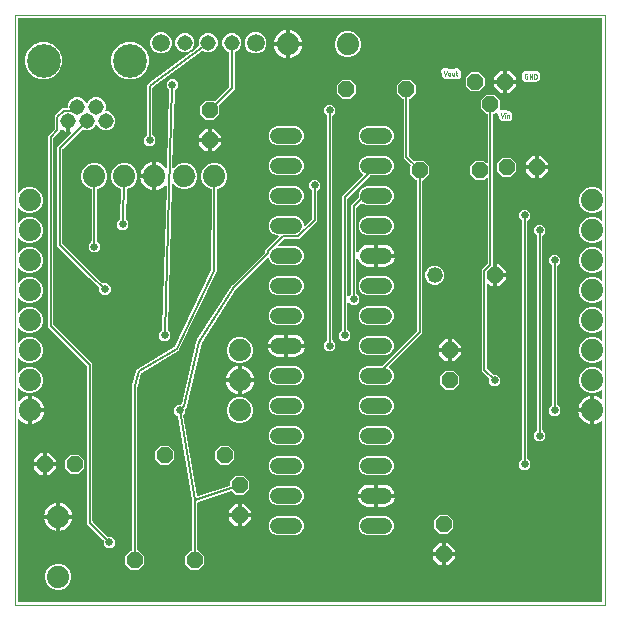
<source format=gbl>
G04 EAGLE Gerber X2 export*
%TF.Part,Single*%
%TF.FileFunction,Other,Bottom layer*%
%TF.FilePolarity,Positive*%
%TF.GenerationSoftware,Autodesk,EAGLE,8.7.1*%
%TF.CreationDate,2018-04-17T12:55:16Z*%
G75*
%MOMM*%
%FSLAX34Y34*%
%LPD*%
%AMOC8*
5,1,8,0,0,1.08239X$1,22.5*%
G01*
%ADD10C,0.000000*%
%ADD11C,0.025400*%
%ADD12P,1.429621X8X112.500000*%
%ADD13P,1.429621X8X22.500000*%
%ADD14C,1.320800*%
%ADD15P,1.429621X8X202.500000*%
%ADD16C,1.320800*%
%ADD17C,1.879600*%
%ADD18C,1.308000*%
%ADD19C,1.508000*%
%ADD20C,2.850000*%
%ADD21C,0.152400*%
%ADD22C,0.654800*%

G36*
X496718Y2544D02*
X496718Y2544D01*
X496737Y2542D01*
X496839Y2564D01*
X496941Y2580D01*
X496958Y2590D01*
X496978Y2594D01*
X497067Y2647D01*
X497158Y2696D01*
X497172Y2710D01*
X497189Y2720D01*
X497256Y2799D01*
X497328Y2874D01*
X497336Y2892D01*
X497349Y2907D01*
X497388Y3003D01*
X497431Y3097D01*
X497433Y3117D01*
X497441Y3135D01*
X497459Y3302D01*
X497459Y155031D01*
X497457Y155043D01*
X497459Y155055D01*
X497438Y155164D01*
X497420Y155274D01*
X497414Y155285D01*
X497412Y155296D01*
X497357Y155393D01*
X497304Y155491D01*
X497296Y155500D01*
X497290Y155510D01*
X497207Y155584D01*
X497126Y155661D01*
X497115Y155666D01*
X497106Y155674D01*
X497004Y155717D01*
X496903Y155764D01*
X496891Y155766D01*
X496880Y155770D01*
X496769Y155779D01*
X496659Y155791D01*
X496647Y155789D01*
X496635Y155790D01*
X496527Y155763D01*
X496418Y155739D01*
X496408Y155733D01*
X496396Y155730D01*
X496251Y155647D01*
X495207Y154889D01*
X493533Y154036D01*
X491746Y153455D01*
X490473Y153254D01*
X490473Y164338D01*
X490470Y164358D01*
X490472Y164377D01*
X490450Y164479D01*
X490433Y164581D01*
X490424Y164598D01*
X490420Y164618D01*
X490367Y164707D01*
X490318Y164798D01*
X490304Y164812D01*
X490294Y164829D01*
X490215Y164896D01*
X490140Y164967D01*
X490122Y164976D01*
X490107Y164989D01*
X490011Y165027D01*
X489917Y165071D01*
X489897Y165073D01*
X489879Y165081D01*
X489712Y165099D01*
X488949Y165099D01*
X488949Y165101D01*
X489712Y165101D01*
X489732Y165104D01*
X489751Y165102D01*
X489853Y165124D01*
X489955Y165141D01*
X489972Y165150D01*
X489992Y165154D01*
X490081Y165207D01*
X490172Y165256D01*
X490186Y165270D01*
X490203Y165280D01*
X490270Y165359D01*
X490341Y165434D01*
X490350Y165452D01*
X490363Y165467D01*
X490402Y165563D01*
X490445Y165657D01*
X490447Y165677D01*
X490455Y165695D01*
X490473Y165862D01*
X490473Y176946D01*
X491746Y176745D01*
X493533Y176164D01*
X495207Y175311D01*
X496251Y174553D01*
X496261Y174548D01*
X496270Y174539D01*
X496371Y174492D01*
X496470Y174442D01*
X496482Y174441D01*
X496493Y174436D01*
X496604Y174423D01*
X496714Y174408D01*
X496726Y174410D01*
X496737Y174409D01*
X496846Y174432D01*
X496956Y174452D01*
X496966Y174458D01*
X496978Y174461D01*
X497073Y174518D01*
X497171Y174572D01*
X497179Y174581D01*
X497189Y174587D01*
X497261Y174672D01*
X497336Y174754D01*
X497341Y174765D01*
X497349Y174774D01*
X497391Y174877D01*
X497435Y174979D01*
X497436Y174991D01*
X497441Y175002D01*
X497459Y175169D01*
X497459Y181724D01*
X497448Y181795D01*
X497446Y181867D01*
X497428Y181916D01*
X497420Y181967D01*
X497386Y182030D01*
X497361Y182098D01*
X497329Y182138D01*
X497304Y182185D01*
X497252Y182234D01*
X497208Y182290D01*
X497164Y182318D01*
X497126Y182354D01*
X497061Y182384D01*
X497001Y182423D01*
X496950Y182436D01*
X496903Y182458D01*
X496832Y182465D01*
X496762Y182483D01*
X496710Y182479D01*
X496659Y182485D01*
X496588Y182469D01*
X496517Y182464D01*
X496469Y182443D01*
X496418Y182432D01*
X496357Y182396D01*
X496291Y182367D01*
X496235Y182323D01*
X496207Y182306D01*
X496192Y182288D01*
X496160Y182263D01*
X495137Y181240D01*
X491123Y179577D01*
X486777Y179577D01*
X482763Y181240D01*
X479690Y184313D01*
X478027Y188327D01*
X478027Y192673D01*
X479690Y196687D01*
X482763Y199760D01*
X486777Y201423D01*
X491123Y201423D01*
X495137Y199760D01*
X496160Y198737D01*
X496218Y198695D01*
X496270Y198646D01*
X496317Y198624D01*
X496359Y198594D01*
X496428Y198573D01*
X496493Y198542D01*
X496545Y198537D01*
X496595Y198521D01*
X496666Y198523D01*
X496737Y198515D01*
X496788Y198526D01*
X496840Y198528D01*
X496908Y198552D01*
X496978Y198568D01*
X497023Y198594D01*
X497071Y198612D01*
X497127Y198657D01*
X497189Y198694D01*
X497223Y198733D01*
X497263Y198766D01*
X497302Y198826D01*
X497349Y198881D01*
X497368Y198929D01*
X497396Y198973D01*
X497414Y199042D01*
X497441Y199109D01*
X497449Y199180D01*
X497457Y199211D01*
X497455Y199235D01*
X497459Y199276D01*
X497459Y207124D01*
X497448Y207195D01*
X497446Y207267D01*
X497428Y207316D01*
X497420Y207367D01*
X497386Y207430D01*
X497361Y207498D01*
X497329Y207538D01*
X497304Y207585D01*
X497252Y207634D01*
X497208Y207690D01*
X497164Y207718D01*
X497126Y207754D01*
X497061Y207784D01*
X497001Y207823D01*
X496950Y207836D01*
X496903Y207858D01*
X496832Y207865D01*
X496762Y207883D01*
X496710Y207879D01*
X496659Y207885D01*
X496588Y207869D01*
X496517Y207864D01*
X496469Y207843D01*
X496418Y207832D01*
X496357Y207796D01*
X496291Y207767D01*
X496235Y207723D01*
X496207Y207706D01*
X496192Y207688D01*
X496160Y207663D01*
X495137Y206640D01*
X491123Y204977D01*
X486777Y204977D01*
X482763Y206640D01*
X479690Y209713D01*
X478027Y213727D01*
X478027Y218073D01*
X479690Y222087D01*
X482763Y225160D01*
X486777Y226823D01*
X491123Y226823D01*
X495137Y225160D01*
X496160Y224137D01*
X496218Y224095D01*
X496270Y224046D01*
X496317Y224024D01*
X496359Y223994D01*
X496428Y223973D01*
X496493Y223942D01*
X496545Y223937D01*
X496595Y223921D01*
X496666Y223923D01*
X496737Y223915D01*
X496788Y223926D01*
X496840Y223928D01*
X496908Y223952D01*
X496978Y223968D01*
X497023Y223994D01*
X497071Y224012D01*
X497127Y224057D01*
X497189Y224094D01*
X497223Y224133D01*
X497263Y224166D01*
X497302Y224226D01*
X497349Y224281D01*
X497368Y224329D01*
X497396Y224373D01*
X497414Y224442D01*
X497441Y224509D01*
X497449Y224580D01*
X497457Y224611D01*
X497455Y224635D01*
X497459Y224676D01*
X497459Y232524D01*
X497448Y232595D01*
X497446Y232667D01*
X497428Y232716D01*
X497420Y232767D01*
X497386Y232830D01*
X497361Y232898D01*
X497329Y232938D01*
X497304Y232985D01*
X497252Y233034D01*
X497208Y233090D01*
X497164Y233118D01*
X497126Y233154D01*
X497061Y233184D01*
X497001Y233223D01*
X496950Y233236D01*
X496903Y233258D01*
X496832Y233265D01*
X496762Y233283D01*
X496710Y233279D01*
X496659Y233285D01*
X496588Y233269D01*
X496517Y233264D01*
X496469Y233243D01*
X496418Y233232D01*
X496357Y233196D01*
X496291Y233167D01*
X496235Y233123D01*
X496207Y233106D01*
X496192Y233088D01*
X496160Y233063D01*
X495137Y232040D01*
X491123Y230377D01*
X486777Y230377D01*
X482763Y232040D01*
X479690Y235113D01*
X478027Y239127D01*
X478027Y243473D01*
X479690Y247487D01*
X482763Y250560D01*
X486777Y252223D01*
X491123Y252223D01*
X495137Y250560D01*
X496160Y249537D01*
X496218Y249495D01*
X496270Y249446D01*
X496317Y249424D01*
X496359Y249394D01*
X496428Y249373D01*
X496493Y249342D01*
X496545Y249337D01*
X496595Y249321D01*
X496666Y249323D01*
X496737Y249315D01*
X496788Y249326D01*
X496840Y249328D01*
X496908Y249352D01*
X496978Y249368D01*
X497023Y249394D01*
X497071Y249412D01*
X497127Y249457D01*
X497189Y249494D01*
X497223Y249533D01*
X497263Y249566D01*
X497302Y249626D01*
X497349Y249681D01*
X497368Y249729D01*
X497396Y249773D01*
X497414Y249842D01*
X497441Y249909D01*
X497449Y249980D01*
X497457Y250011D01*
X497455Y250035D01*
X497459Y250076D01*
X497459Y257924D01*
X497448Y257995D01*
X497446Y258067D01*
X497428Y258116D01*
X497420Y258167D01*
X497386Y258230D01*
X497361Y258298D01*
X497329Y258338D01*
X497304Y258385D01*
X497252Y258434D01*
X497208Y258490D01*
X497164Y258518D01*
X497126Y258554D01*
X497061Y258584D01*
X497001Y258623D01*
X496950Y258636D01*
X496903Y258658D01*
X496832Y258665D01*
X496762Y258683D01*
X496710Y258679D01*
X496659Y258685D01*
X496588Y258669D01*
X496517Y258664D01*
X496469Y258643D01*
X496418Y258632D01*
X496357Y258596D01*
X496291Y258567D01*
X496235Y258523D01*
X496207Y258506D01*
X496192Y258488D01*
X496160Y258463D01*
X495137Y257440D01*
X491123Y255777D01*
X486777Y255777D01*
X482763Y257440D01*
X479690Y260513D01*
X478027Y264527D01*
X478027Y268873D01*
X479690Y272887D01*
X482763Y275960D01*
X486777Y277623D01*
X491123Y277623D01*
X495137Y275960D01*
X496160Y274937D01*
X496218Y274895D01*
X496270Y274846D01*
X496317Y274824D01*
X496359Y274794D01*
X496428Y274773D01*
X496493Y274742D01*
X496545Y274737D01*
X496595Y274721D01*
X496666Y274723D01*
X496737Y274715D01*
X496788Y274726D01*
X496840Y274728D01*
X496908Y274752D01*
X496978Y274768D01*
X497023Y274794D01*
X497071Y274812D01*
X497127Y274857D01*
X497189Y274894D01*
X497223Y274933D01*
X497263Y274966D01*
X497302Y275026D01*
X497349Y275081D01*
X497368Y275129D01*
X497396Y275173D01*
X497414Y275242D01*
X497441Y275309D01*
X497449Y275380D01*
X497457Y275411D01*
X497455Y275435D01*
X497459Y275476D01*
X497459Y283324D01*
X497448Y283395D01*
X497446Y283467D01*
X497428Y283516D01*
X497420Y283567D01*
X497386Y283630D01*
X497361Y283698D01*
X497329Y283738D01*
X497304Y283785D01*
X497252Y283834D01*
X497208Y283890D01*
X497164Y283918D01*
X497126Y283954D01*
X497061Y283984D01*
X497001Y284023D01*
X496950Y284036D01*
X496903Y284058D01*
X496832Y284065D01*
X496762Y284083D01*
X496710Y284079D01*
X496659Y284085D01*
X496588Y284069D01*
X496517Y284064D01*
X496469Y284043D01*
X496418Y284032D01*
X496357Y283996D01*
X496291Y283967D01*
X496235Y283923D01*
X496207Y283906D01*
X496192Y283888D01*
X496160Y283863D01*
X495137Y282840D01*
X491123Y281177D01*
X486777Y281177D01*
X482763Y282840D01*
X479690Y285913D01*
X478027Y289927D01*
X478027Y294273D01*
X479690Y298287D01*
X482763Y301360D01*
X486777Y303023D01*
X491123Y303023D01*
X495137Y301360D01*
X496160Y300337D01*
X496218Y300295D01*
X496270Y300246D01*
X496317Y300224D01*
X496359Y300194D01*
X496428Y300173D01*
X496493Y300142D01*
X496545Y300137D01*
X496595Y300121D01*
X496666Y300123D01*
X496737Y300115D01*
X496788Y300126D01*
X496840Y300128D01*
X496908Y300152D01*
X496978Y300168D01*
X497023Y300194D01*
X497071Y300212D01*
X497127Y300257D01*
X497189Y300294D01*
X497223Y300333D01*
X497263Y300366D01*
X497302Y300426D01*
X497349Y300481D01*
X497368Y300529D01*
X497396Y300573D01*
X497414Y300642D01*
X497441Y300709D01*
X497449Y300780D01*
X497457Y300811D01*
X497455Y300835D01*
X497459Y300876D01*
X497459Y308724D01*
X497448Y308795D01*
X497446Y308867D01*
X497428Y308916D01*
X497420Y308967D01*
X497386Y309030D01*
X497361Y309098D01*
X497329Y309138D01*
X497304Y309185D01*
X497252Y309234D01*
X497208Y309290D01*
X497164Y309318D01*
X497126Y309354D01*
X497061Y309384D01*
X497001Y309423D01*
X496950Y309436D01*
X496903Y309458D01*
X496832Y309465D01*
X496762Y309483D01*
X496710Y309479D01*
X496659Y309485D01*
X496588Y309469D01*
X496517Y309464D01*
X496469Y309443D01*
X496418Y309432D01*
X496357Y309396D01*
X496291Y309367D01*
X496235Y309323D01*
X496207Y309306D01*
X496192Y309288D01*
X496160Y309263D01*
X495137Y308240D01*
X491123Y306577D01*
X486777Y306577D01*
X482763Y308240D01*
X479690Y311313D01*
X478027Y315327D01*
X478027Y319673D01*
X479690Y323687D01*
X482763Y326760D01*
X486777Y328423D01*
X491123Y328423D01*
X495137Y326760D01*
X496160Y325737D01*
X496218Y325695D01*
X496270Y325646D01*
X496317Y325624D01*
X496359Y325594D01*
X496428Y325573D01*
X496493Y325542D01*
X496545Y325537D01*
X496595Y325521D01*
X496666Y325523D01*
X496737Y325515D01*
X496788Y325526D01*
X496840Y325528D01*
X496908Y325552D01*
X496978Y325568D01*
X497023Y325594D01*
X497071Y325612D01*
X497127Y325657D01*
X497189Y325694D01*
X497223Y325733D01*
X497263Y325766D01*
X497302Y325826D01*
X497349Y325881D01*
X497368Y325929D01*
X497396Y325973D01*
X497414Y326042D01*
X497441Y326109D01*
X497449Y326180D01*
X497457Y326211D01*
X497455Y326235D01*
X497459Y326276D01*
X497459Y334124D01*
X497448Y334195D01*
X497446Y334267D01*
X497428Y334316D01*
X497420Y334367D01*
X497386Y334430D01*
X497361Y334498D01*
X497329Y334538D01*
X497304Y334585D01*
X497252Y334634D01*
X497208Y334690D01*
X497164Y334718D01*
X497126Y334754D01*
X497061Y334784D01*
X497001Y334823D01*
X496950Y334836D01*
X496903Y334858D01*
X496832Y334865D01*
X496762Y334883D01*
X496710Y334879D01*
X496659Y334885D01*
X496588Y334869D01*
X496517Y334864D01*
X496469Y334843D01*
X496418Y334832D01*
X496357Y334796D01*
X496291Y334767D01*
X496235Y334723D01*
X496207Y334706D01*
X496192Y334688D01*
X496160Y334663D01*
X495137Y333640D01*
X491123Y331977D01*
X486777Y331977D01*
X482763Y333640D01*
X479690Y336713D01*
X478027Y340727D01*
X478027Y345073D01*
X479690Y349087D01*
X482763Y352160D01*
X486777Y353823D01*
X491123Y353823D01*
X495137Y352160D01*
X496160Y351137D01*
X496218Y351095D01*
X496270Y351046D01*
X496317Y351024D01*
X496359Y350994D01*
X496428Y350973D01*
X496493Y350942D01*
X496545Y350937D01*
X496595Y350921D01*
X496666Y350923D01*
X496737Y350915D01*
X496788Y350926D01*
X496840Y350928D01*
X496908Y350952D01*
X496978Y350968D01*
X497023Y350994D01*
X497071Y351012D01*
X497127Y351057D01*
X497189Y351094D01*
X497223Y351133D01*
X497263Y351166D01*
X497302Y351226D01*
X497349Y351281D01*
X497368Y351329D01*
X497396Y351373D01*
X497414Y351442D01*
X497441Y351509D01*
X497449Y351580D01*
X497457Y351611D01*
X497455Y351635D01*
X497459Y351676D01*
X497459Y496698D01*
X497456Y496718D01*
X497458Y496737D01*
X497436Y496839D01*
X497420Y496941D01*
X497410Y496958D01*
X497406Y496978D01*
X497353Y497067D01*
X497304Y497158D01*
X497290Y497172D01*
X497280Y497189D01*
X497201Y497256D01*
X497126Y497328D01*
X497108Y497336D01*
X497093Y497349D01*
X496997Y497388D01*
X496903Y497431D01*
X496883Y497433D01*
X496865Y497441D01*
X496698Y497459D01*
X3302Y497459D01*
X3282Y497456D01*
X3263Y497458D01*
X3161Y497436D01*
X3059Y497420D01*
X3042Y497410D01*
X3022Y497406D01*
X2933Y497353D01*
X2842Y497304D01*
X2828Y497290D01*
X2811Y497280D01*
X2744Y497201D01*
X2672Y497126D01*
X2664Y497108D01*
X2651Y497093D01*
X2612Y496997D01*
X2569Y496903D01*
X2567Y496883D01*
X2559Y496865D01*
X2541Y496698D01*
X2541Y350026D01*
X2552Y349955D01*
X2554Y349883D01*
X2572Y349834D01*
X2580Y349783D01*
X2614Y349720D01*
X2639Y349652D01*
X2671Y349612D01*
X2696Y349565D01*
X2748Y349516D01*
X2792Y349460D01*
X2836Y349432D01*
X2874Y349396D01*
X2939Y349366D01*
X2999Y349327D01*
X3050Y349314D01*
X3097Y349292D01*
X3168Y349285D01*
X3238Y349267D01*
X3290Y349271D01*
X3341Y349265D01*
X3412Y349281D01*
X3483Y349286D01*
X3531Y349307D01*
X3582Y349318D01*
X3643Y349354D01*
X3709Y349383D01*
X3765Y349427D01*
X3793Y349444D01*
X3808Y349462D01*
X3840Y349487D01*
X6513Y352160D01*
X10527Y353823D01*
X14873Y353823D01*
X18887Y352160D01*
X21960Y349087D01*
X23623Y345073D01*
X23623Y340727D01*
X21960Y336713D01*
X18887Y333640D01*
X14873Y331977D01*
X10527Y331977D01*
X6513Y333640D01*
X3840Y336313D01*
X3782Y336355D01*
X3730Y336404D01*
X3683Y336426D01*
X3641Y336456D01*
X3572Y336477D01*
X3507Y336508D01*
X3455Y336513D01*
X3405Y336529D01*
X3334Y336527D01*
X3263Y336535D01*
X3212Y336524D01*
X3160Y336522D01*
X3092Y336498D01*
X3022Y336482D01*
X2977Y336456D01*
X2929Y336438D01*
X2873Y336393D01*
X2811Y336356D01*
X2777Y336317D01*
X2737Y336284D01*
X2698Y336224D01*
X2651Y336169D01*
X2632Y336121D01*
X2604Y336077D01*
X2586Y336008D01*
X2559Y335941D01*
X2551Y335870D01*
X2543Y335839D01*
X2545Y335815D01*
X2541Y335774D01*
X2541Y324626D01*
X2552Y324555D01*
X2554Y324483D01*
X2572Y324434D01*
X2580Y324383D01*
X2614Y324320D01*
X2639Y324252D01*
X2671Y324212D01*
X2696Y324165D01*
X2748Y324116D01*
X2792Y324060D01*
X2836Y324032D01*
X2874Y323996D01*
X2939Y323966D01*
X2999Y323927D01*
X3050Y323914D01*
X3097Y323892D01*
X3168Y323885D01*
X3238Y323867D01*
X3290Y323871D01*
X3341Y323865D01*
X3412Y323881D01*
X3483Y323886D01*
X3531Y323907D01*
X3582Y323918D01*
X3643Y323954D01*
X3709Y323983D01*
X3765Y324027D01*
X3793Y324044D01*
X3808Y324062D01*
X3840Y324087D01*
X6513Y326760D01*
X10527Y328423D01*
X14873Y328423D01*
X18887Y326760D01*
X21960Y323687D01*
X23623Y319673D01*
X23623Y315327D01*
X21960Y311313D01*
X18887Y308240D01*
X14873Y306577D01*
X10527Y306577D01*
X6513Y308240D01*
X3840Y310913D01*
X3782Y310955D01*
X3730Y311004D01*
X3683Y311026D01*
X3641Y311056D01*
X3572Y311077D01*
X3507Y311108D01*
X3455Y311113D01*
X3405Y311129D01*
X3334Y311127D01*
X3263Y311135D01*
X3212Y311124D01*
X3160Y311122D01*
X3092Y311098D01*
X3022Y311082D01*
X2977Y311056D01*
X2929Y311038D01*
X2873Y310993D01*
X2811Y310956D01*
X2777Y310917D01*
X2737Y310884D01*
X2698Y310824D01*
X2651Y310769D01*
X2632Y310721D01*
X2604Y310677D01*
X2586Y310608D01*
X2559Y310541D01*
X2551Y310470D01*
X2543Y310439D01*
X2545Y310415D01*
X2541Y310374D01*
X2541Y299226D01*
X2552Y299155D01*
X2554Y299083D01*
X2572Y299034D01*
X2580Y298983D01*
X2614Y298920D01*
X2639Y298852D01*
X2671Y298812D01*
X2696Y298765D01*
X2748Y298716D01*
X2792Y298660D01*
X2836Y298632D01*
X2874Y298596D01*
X2939Y298566D01*
X2999Y298527D01*
X3050Y298514D01*
X3097Y298492D01*
X3168Y298485D01*
X3238Y298467D01*
X3290Y298471D01*
X3341Y298465D01*
X3412Y298481D01*
X3483Y298486D01*
X3531Y298507D01*
X3582Y298518D01*
X3643Y298554D01*
X3709Y298583D01*
X3765Y298627D01*
X3793Y298644D01*
X3808Y298662D01*
X3840Y298687D01*
X6513Y301360D01*
X10527Y303023D01*
X14873Y303023D01*
X18887Y301360D01*
X21960Y298287D01*
X23623Y294273D01*
X23623Y289927D01*
X21960Y285913D01*
X18887Y282840D01*
X14873Y281177D01*
X10527Y281177D01*
X6513Y282840D01*
X3840Y285513D01*
X3782Y285555D01*
X3730Y285604D01*
X3708Y285614D01*
X3707Y285615D01*
X3697Y285619D01*
X3683Y285626D01*
X3641Y285656D01*
X3572Y285677D01*
X3507Y285708D01*
X3455Y285713D01*
X3405Y285729D01*
X3334Y285727D01*
X3263Y285735D01*
X3212Y285724D01*
X3160Y285722D01*
X3092Y285698D01*
X3022Y285682D01*
X2977Y285656D01*
X2929Y285638D01*
X2873Y285593D01*
X2811Y285556D01*
X2777Y285517D01*
X2737Y285484D01*
X2698Y285424D01*
X2651Y285369D01*
X2632Y285321D01*
X2604Y285277D01*
X2586Y285208D01*
X2582Y285198D01*
X2569Y285169D01*
X2568Y285163D01*
X2559Y285141D01*
X2551Y285070D01*
X2543Y285039D01*
X2545Y285015D01*
X2541Y284974D01*
X2541Y273826D01*
X2552Y273755D01*
X2554Y273683D01*
X2572Y273634D01*
X2580Y273583D01*
X2614Y273520D01*
X2639Y273452D01*
X2671Y273412D01*
X2696Y273365D01*
X2748Y273316D01*
X2792Y273260D01*
X2836Y273232D01*
X2874Y273196D01*
X2939Y273166D01*
X2999Y273127D01*
X3050Y273114D01*
X3097Y273092D01*
X3168Y273085D01*
X3238Y273067D01*
X3290Y273071D01*
X3341Y273065D01*
X3412Y273081D01*
X3483Y273086D01*
X3531Y273107D01*
X3582Y273118D01*
X3643Y273154D01*
X3709Y273183D01*
X3765Y273227D01*
X3793Y273244D01*
X3808Y273262D01*
X3840Y273287D01*
X6513Y275960D01*
X10527Y277623D01*
X14873Y277623D01*
X18887Y275960D01*
X21960Y272887D01*
X23623Y268873D01*
X23623Y264527D01*
X21960Y260513D01*
X18887Y257440D01*
X14873Y255777D01*
X10527Y255777D01*
X6513Y257440D01*
X3840Y260113D01*
X3782Y260155D01*
X3730Y260204D01*
X3683Y260226D01*
X3641Y260256D01*
X3572Y260277D01*
X3507Y260308D01*
X3455Y260313D01*
X3405Y260329D01*
X3334Y260327D01*
X3263Y260335D01*
X3212Y260324D01*
X3160Y260322D01*
X3092Y260298D01*
X3022Y260282D01*
X2977Y260256D01*
X2929Y260238D01*
X2873Y260193D01*
X2811Y260156D01*
X2777Y260117D01*
X2737Y260084D01*
X2698Y260024D01*
X2651Y259969D01*
X2632Y259921D01*
X2604Y259877D01*
X2586Y259808D01*
X2559Y259741D01*
X2551Y259670D01*
X2543Y259639D01*
X2545Y259615D01*
X2541Y259574D01*
X2541Y248426D01*
X2552Y248355D01*
X2554Y248283D01*
X2572Y248234D01*
X2580Y248183D01*
X2614Y248120D01*
X2639Y248052D01*
X2671Y248012D01*
X2696Y247965D01*
X2748Y247916D01*
X2792Y247860D01*
X2836Y247832D01*
X2874Y247796D01*
X2939Y247766D01*
X2999Y247727D01*
X3050Y247714D01*
X3097Y247692D01*
X3168Y247685D01*
X3238Y247667D01*
X3290Y247671D01*
X3341Y247665D01*
X3412Y247681D01*
X3483Y247686D01*
X3531Y247707D01*
X3582Y247718D01*
X3643Y247754D01*
X3709Y247783D01*
X3765Y247827D01*
X3793Y247844D01*
X3808Y247862D01*
X3840Y247887D01*
X6513Y250560D01*
X10527Y252223D01*
X14873Y252223D01*
X18887Y250560D01*
X21960Y247487D01*
X23623Y243473D01*
X23623Y239127D01*
X21960Y235113D01*
X18887Y232040D01*
X14873Y230377D01*
X10527Y230377D01*
X6513Y232040D01*
X3840Y234713D01*
X3782Y234755D01*
X3730Y234804D01*
X3683Y234826D01*
X3641Y234856D01*
X3572Y234877D01*
X3507Y234908D01*
X3455Y234913D01*
X3405Y234929D01*
X3334Y234927D01*
X3263Y234935D01*
X3212Y234924D01*
X3160Y234922D01*
X3092Y234898D01*
X3022Y234882D01*
X2977Y234856D01*
X2929Y234838D01*
X2873Y234793D01*
X2811Y234756D01*
X2777Y234717D01*
X2737Y234684D01*
X2698Y234624D01*
X2651Y234569D01*
X2632Y234521D01*
X2604Y234477D01*
X2586Y234408D01*
X2559Y234341D01*
X2551Y234270D01*
X2543Y234239D01*
X2545Y234215D01*
X2541Y234174D01*
X2541Y223026D01*
X2552Y222955D01*
X2554Y222883D01*
X2572Y222834D01*
X2580Y222783D01*
X2614Y222720D01*
X2639Y222652D01*
X2671Y222612D01*
X2696Y222565D01*
X2748Y222516D01*
X2792Y222460D01*
X2836Y222432D01*
X2874Y222396D01*
X2939Y222366D01*
X2999Y222327D01*
X3050Y222314D01*
X3097Y222292D01*
X3168Y222285D01*
X3238Y222267D01*
X3290Y222271D01*
X3341Y222265D01*
X3412Y222281D01*
X3483Y222286D01*
X3531Y222307D01*
X3582Y222318D01*
X3643Y222354D01*
X3709Y222383D01*
X3765Y222427D01*
X3793Y222444D01*
X3808Y222462D01*
X3840Y222487D01*
X6513Y225160D01*
X10527Y226823D01*
X14873Y226823D01*
X18887Y225160D01*
X21960Y222087D01*
X23623Y218073D01*
X23623Y213727D01*
X21960Y209713D01*
X18887Y206640D01*
X14873Y204977D01*
X10527Y204977D01*
X6513Y206640D01*
X3840Y209313D01*
X3782Y209355D01*
X3730Y209404D01*
X3683Y209426D01*
X3641Y209456D01*
X3572Y209477D01*
X3507Y209508D01*
X3455Y209513D01*
X3405Y209529D01*
X3334Y209527D01*
X3263Y209535D01*
X3212Y209524D01*
X3160Y209522D01*
X3092Y209498D01*
X3022Y209482D01*
X2977Y209456D01*
X2929Y209438D01*
X2873Y209393D01*
X2811Y209356D01*
X2777Y209317D01*
X2737Y209284D01*
X2698Y209224D01*
X2651Y209169D01*
X2632Y209121D01*
X2604Y209077D01*
X2586Y209008D01*
X2559Y208941D01*
X2551Y208870D01*
X2543Y208839D01*
X2545Y208815D01*
X2541Y208774D01*
X2541Y197626D01*
X2552Y197555D01*
X2554Y197483D01*
X2572Y197434D01*
X2580Y197383D01*
X2614Y197320D01*
X2639Y197252D01*
X2671Y197212D01*
X2696Y197165D01*
X2748Y197116D01*
X2792Y197060D01*
X2836Y197032D01*
X2874Y196996D01*
X2939Y196966D01*
X2999Y196927D01*
X3050Y196914D01*
X3097Y196892D01*
X3168Y196885D01*
X3238Y196867D01*
X3290Y196871D01*
X3341Y196865D01*
X3412Y196881D01*
X3483Y196886D01*
X3531Y196907D01*
X3582Y196918D01*
X3643Y196954D01*
X3709Y196983D01*
X3765Y197027D01*
X3793Y197044D01*
X3808Y197062D01*
X3840Y197087D01*
X6513Y199760D01*
X10527Y201423D01*
X14873Y201423D01*
X18887Y199760D01*
X21960Y196687D01*
X23623Y192673D01*
X23623Y188327D01*
X21960Y184313D01*
X18887Y181240D01*
X14873Y179577D01*
X10527Y179577D01*
X6513Y181240D01*
X3840Y183913D01*
X3782Y183955D01*
X3730Y184004D01*
X3683Y184026D01*
X3641Y184056D01*
X3572Y184077D01*
X3507Y184108D01*
X3455Y184113D01*
X3405Y184129D01*
X3334Y184127D01*
X3263Y184135D01*
X3212Y184124D01*
X3160Y184122D01*
X3092Y184098D01*
X3022Y184082D01*
X2977Y184056D01*
X2929Y184038D01*
X2873Y183993D01*
X2811Y183956D01*
X2777Y183917D01*
X2737Y183884D01*
X2698Y183824D01*
X2651Y183769D01*
X2632Y183721D01*
X2604Y183677D01*
X2586Y183608D01*
X2559Y183541D01*
X2551Y183470D01*
X2543Y183439D01*
X2545Y183415D01*
X2541Y183374D01*
X2541Y173662D01*
X2552Y173592D01*
X2554Y173520D01*
X2572Y173471D01*
X2580Y173420D01*
X2614Y173356D01*
X2639Y173289D01*
X2671Y173248D01*
X2696Y173202D01*
X2748Y173153D01*
X2792Y173097D01*
X2836Y173069D01*
X2874Y173033D01*
X2939Y173003D01*
X2999Y172964D01*
X3050Y172951D01*
X3097Y172929D01*
X3168Y172921D01*
X3238Y172904D01*
X3290Y172908D01*
X3341Y172902D01*
X3412Y172917D01*
X3483Y172923D01*
X3531Y172943D01*
X3582Y172954D01*
X3643Y172991D01*
X3709Y173019D01*
X3765Y173064D01*
X3793Y173081D01*
X3808Y173098D01*
X3840Y173124D01*
X4922Y174206D01*
X6443Y175311D01*
X8117Y176164D01*
X9904Y176745D01*
X11177Y176946D01*
X11177Y165862D01*
X11180Y165842D01*
X11178Y165823D01*
X11200Y165721D01*
X11217Y165619D01*
X11226Y165602D01*
X11230Y165582D01*
X11283Y165493D01*
X11332Y165402D01*
X11346Y165388D01*
X11356Y165371D01*
X11435Y165304D01*
X11510Y165233D01*
X11528Y165224D01*
X11543Y165211D01*
X11639Y165173D01*
X11733Y165129D01*
X11753Y165127D01*
X11771Y165119D01*
X11938Y165101D01*
X12701Y165101D01*
X12701Y165099D01*
X11938Y165099D01*
X11918Y165096D01*
X11899Y165098D01*
X11797Y165076D01*
X11695Y165059D01*
X11678Y165050D01*
X11658Y165046D01*
X11569Y164993D01*
X11478Y164944D01*
X11464Y164930D01*
X11447Y164920D01*
X11380Y164841D01*
X11309Y164766D01*
X11300Y164748D01*
X11287Y164733D01*
X11248Y164637D01*
X11205Y164543D01*
X11203Y164523D01*
X11195Y164505D01*
X11177Y164338D01*
X11177Y153254D01*
X9904Y153455D01*
X8117Y154036D01*
X6443Y154889D01*
X4922Y155994D01*
X3840Y157076D01*
X3782Y157118D01*
X3730Y157167D01*
X3683Y157189D01*
X3641Y157219D01*
X3572Y157240D01*
X3507Y157271D01*
X3455Y157276D01*
X3405Y157292D01*
X3334Y157290D01*
X3263Y157298D01*
X3212Y157287D01*
X3160Y157285D01*
X3092Y157261D01*
X3022Y157246D01*
X2977Y157219D01*
X2929Y157201D01*
X2873Y157156D01*
X2811Y157119D01*
X2777Y157080D01*
X2737Y157047D01*
X2698Y156987D01*
X2651Y156932D01*
X2632Y156884D01*
X2604Y156840D01*
X2586Y156771D01*
X2559Y156704D01*
X2551Y156633D01*
X2543Y156602D01*
X2545Y156578D01*
X2541Y156538D01*
X2541Y3302D01*
X2544Y3282D01*
X2542Y3263D01*
X2564Y3161D01*
X2580Y3059D01*
X2590Y3042D01*
X2594Y3022D01*
X2647Y2933D01*
X2696Y2842D01*
X2710Y2828D01*
X2720Y2811D01*
X2799Y2744D01*
X2874Y2672D01*
X2892Y2664D01*
X2907Y2651D01*
X3003Y2612D01*
X3097Y2569D01*
X3117Y2567D01*
X3135Y2559D01*
X3302Y2541D01*
X496698Y2541D01*
X496718Y2544D01*
G37*
%LPC*%
G36*
X78022Y48541D02*
X78022Y48541D01*
X75211Y51352D01*
X75211Y54589D01*
X75197Y54680D01*
X75189Y54770D01*
X75177Y54800D01*
X75172Y54832D01*
X75129Y54913D01*
X75093Y54997D01*
X75067Y55029D01*
X75056Y55050D01*
X75033Y55072D01*
X74988Y55128D01*
X61213Y68903D01*
X61213Y201937D01*
X61199Y202028D01*
X61191Y202118D01*
X61179Y202148D01*
X61174Y202180D01*
X61131Y202261D01*
X61095Y202345D01*
X61069Y202377D01*
X61058Y202398D01*
X61035Y202420D01*
X60990Y202476D01*
X29756Y233710D01*
X28193Y235273D01*
X28193Y397309D01*
X29756Y398872D01*
X33624Y402740D01*
X33677Y402814D01*
X33737Y402884D01*
X33749Y402914D01*
X33768Y402940D01*
X33795Y403027D01*
X33829Y403112D01*
X33833Y403153D01*
X33840Y403175D01*
X33839Y403207D01*
X33847Y403278D01*
X33847Y414613D01*
X40357Y421123D01*
X44134Y421123D01*
X44154Y421126D01*
X44173Y421124D01*
X44275Y421146D01*
X44377Y421162D01*
X44394Y421172D01*
X44414Y421176D01*
X44503Y421229D01*
X44594Y421278D01*
X44608Y421292D01*
X44625Y421302D01*
X44692Y421381D01*
X44764Y421456D01*
X44772Y421474D01*
X44785Y421489D01*
X44824Y421585D01*
X44867Y421679D01*
X44869Y421699D01*
X44877Y421717D01*
X44895Y421884D01*
X44895Y423614D01*
X46123Y426578D01*
X48392Y428847D01*
X51356Y430075D01*
X54564Y430075D01*
X57528Y428847D01*
X59797Y426578D01*
X60257Y425468D01*
X60295Y425407D01*
X60324Y425342D01*
X60359Y425304D01*
X60386Y425259D01*
X60442Y425214D01*
X60490Y425161D01*
X60536Y425136D01*
X60576Y425102D01*
X60643Y425077D01*
X60706Y425042D01*
X60757Y425033D01*
X60805Y425014D01*
X60877Y425011D01*
X60948Y424999D01*
X60999Y425006D01*
X61051Y425004D01*
X61120Y425024D01*
X61191Y425034D01*
X61237Y425058D01*
X61287Y425072D01*
X61346Y425113D01*
X61410Y425146D01*
X61447Y425183D01*
X61489Y425213D01*
X61532Y425270D01*
X61582Y425321D01*
X61617Y425384D01*
X61636Y425410D01*
X61643Y425432D01*
X61663Y425468D01*
X62123Y426578D01*
X64392Y428847D01*
X67356Y430075D01*
X70564Y430075D01*
X73528Y428847D01*
X75797Y426578D01*
X77025Y423614D01*
X77025Y420406D01*
X76495Y419127D01*
X76485Y419083D01*
X76465Y419041D01*
X76457Y418964D01*
X76439Y418888D01*
X76443Y418842D01*
X76438Y418797D01*
X76455Y418720D01*
X76462Y418643D01*
X76481Y418601D01*
X76490Y418556D01*
X76530Y418489D01*
X76562Y418418D01*
X76593Y418384D01*
X76617Y418345D01*
X76676Y418294D01*
X76728Y418237D01*
X76769Y418215D01*
X76804Y418185D01*
X76876Y418156D01*
X76944Y418119D01*
X76989Y418110D01*
X77032Y418093D01*
X77168Y418078D01*
X77186Y418075D01*
X77191Y418076D01*
X77198Y418075D01*
X78564Y418075D01*
X81528Y416847D01*
X83797Y414578D01*
X85025Y411614D01*
X85025Y408406D01*
X83797Y405442D01*
X81528Y403173D01*
X78564Y401945D01*
X75356Y401945D01*
X72392Y403173D01*
X70123Y405442D01*
X69663Y406552D01*
X69626Y406613D01*
X69596Y406678D01*
X69561Y406716D01*
X69534Y406761D01*
X69479Y406806D01*
X69430Y406859D01*
X69384Y406884D01*
X69344Y406918D01*
X69277Y406943D01*
X69214Y406978D01*
X69163Y406987D01*
X69115Y407006D01*
X69043Y407009D01*
X68972Y407022D01*
X68921Y407014D01*
X68869Y407016D01*
X68800Y406996D01*
X68729Y406986D01*
X68683Y406962D01*
X68633Y406948D01*
X68574Y406907D01*
X68510Y406874D01*
X68473Y406837D01*
X68431Y406807D01*
X68388Y406750D01*
X68338Y406699D01*
X68303Y406636D01*
X68284Y406610D01*
X68277Y406588D01*
X68257Y406552D01*
X67797Y405442D01*
X65528Y403173D01*
X62564Y401945D01*
X59356Y401945D01*
X57544Y402696D01*
X57430Y402722D01*
X57317Y402751D01*
X57311Y402750D01*
X57305Y402752D01*
X57188Y402741D01*
X57072Y402732D01*
X57066Y402729D01*
X57060Y402729D01*
X56952Y402681D01*
X56846Y402635D01*
X56840Y402631D01*
X56835Y402629D01*
X56821Y402616D01*
X56715Y402531D01*
X40610Y386426D01*
X40557Y386352D01*
X40497Y386282D01*
X40485Y386252D01*
X40466Y386226D01*
X40439Y386139D01*
X40405Y386054D01*
X40401Y386013D01*
X40394Y385991D01*
X40395Y385959D01*
X40387Y385887D01*
X40387Y306063D01*
X40401Y305972D01*
X40409Y305882D01*
X40421Y305852D01*
X40426Y305820D01*
X40469Y305739D01*
X40505Y305655D01*
X40531Y305623D01*
X40542Y305602D01*
X40565Y305580D01*
X40610Y305524D01*
X63470Y282664D01*
X65077Y281057D01*
X65086Y281051D01*
X65097Y281038D01*
X74065Y272710D01*
X74129Y272668D01*
X74188Y272617D01*
X74231Y272600D01*
X74270Y272574D01*
X74345Y272554D01*
X74416Y272525D01*
X74478Y272519D01*
X74508Y272511D01*
X74534Y272512D01*
X74583Y272507D01*
X78289Y272507D01*
X81100Y269696D01*
X81100Y265720D01*
X78289Y262909D01*
X74313Y262909D01*
X71502Y265720D01*
X71502Y268517D01*
X71485Y268621D01*
X71473Y268725D01*
X71465Y268742D01*
X71462Y268760D01*
X71413Y268853D01*
X71368Y268948D01*
X71354Y268965D01*
X71347Y268977D01*
X71324Y268999D01*
X71259Y269075D01*
X62821Y276910D01*
X62757Y276953D01*
X62698Y277003D01*
X62655Y277020D01*
X62628Y277038D01*
X61923Y277743D01*
X61914Y277749D01*
X61903Y277763D01*
X61162Y278450D01*
X61142Y278498D01*
X61103Y278547D01*
X61087Y278573D01*
X61067Y278591D01*
X61062Y278598D01*
X61058Y278604D01*
X61054Y278607D01*
X61037Y278629D01*
X35813Y303853D01*
X35813Y388097D01*
X37376Y389660D01*
X47564Y399848D01*
X47577Y399867D01*
X47595Y399881D01*
X47649Y399966D01*
X47707Y400048D01*
X47714Y400070D01*
X47727Y400089D01*
X47750Y400187D01*
X47780Y400283D01*
X47779Y400306D01*
X47785Y400328D01*
X47776Y400428D01*
X47773Y400528D01*
X47765Y400550D01*
X47764Y400573D01*
X47724Y400665D01*
X47689Y400760D01*
X47675Y400778D01*
X47665Y400799D01*
X47598Y400873D01*
X47535Y400952D01*
X47516Y400964D01*
X47500Y400981D01*
X47413Y401030D01*
X47328Y401085D01*
X47306Y401090D01*
X47286Y401101D01*
X47187Y401120D01*
X47090Y401145D01*
X47067Y401143D01*
X47044Y401147D01*
X46877Y401133D01*
X46483Y401054D01*
X46483Y409248D01*
X46480Y409268D01*
X46482Y409287D01*
X46460Y409389D01*
X46443Y409491D01*
X46434Y409508D01*
X46430Y409528D01*
X46377Y409617D01*
X46328Y409708D01*
X46314Y409722D01*
X46304Y409739D01*
X46225Y409806D01*
X46150Y409877D01*
X46132Y409886D01*
X46117Y409899D01*
X46021Y409937D01*
X45927Y409981D01*
X45907Y409983D01*
X45889Y409991D01*
X45722Y410009D01*
X44198Y410009D01*
X44178Y410006D01*
X44159Y410008D01*
X44057Y409986D01*
X43955Y409969D01*
X43938Y409960D01*
X43918Y409956D01*
X43829Y409903D01*
X43738Y409854D01*
X43724Y409840D01*
X43707Y409830D01*
X43640Y409751D01*
X43569Y409676D01*
X43560Y409658D01*
X43547Y409643D01*
X43508Y409547D01*
X43465Y409453D01*
X43463Y409433D01*
X43455Y409415D01*
X43437Y409248D01*
X43437Y401054D01*
X42311Y401278D01*
X40659Y401963D01*
X39605Y402667D01*
X39496Y402716D01*
X39387Y402767D01*
X39384Y402767D01*
X39381Y402769D01*
X39261Y402781D01*
X39143Y402794D01*
X39139Y402793D01*
X39136Y402794D01*
X39020Y402767D01*
X38902Y402742D01*
X38899Y402740D01*
X38896Y402740D01*
X38794Y402677D01*
X38691Y402616D01*
X38689Y402613D01*
X38686Y402612D01*
X38609Y402520D01*
X38531Y402429D01*
X38530Y402426D01*
X38528Y402423D01*
X38484Y402313D01*
X38439Y402201D01*
X38439Y402197D01*
X38438Y402195D01*
X38437Y402184D01*
X38421Y402034D01*
X38421Y401069D01*
X36858Y399506D01*
X32990Y395638D01*
X32937Y395564D01*
X32877Y395494D01*
X32865Y395464D01*
X32846Y395438D01*
X32819Y395351D01*
X32785Y395266D01*
X32781Y395225D01*
X32774Y395203D01*
X32775Y395171D01*
X32767Y395099D01*
X32767Y237482D01*
X32781Y237392D01*
X32789Y237301D01*
X32801Y237272D01*
X32806Y237240D01*
X32849Y237159D01*
X32885Y237075D01*
X32911Y237043D01*
X32922Y237022D01*
X32945Y237000D01*
X32990Y236944D01*
X65787Y204147D01*
X65787Y71113D01*
X65801Y71022D01*
X65809Y70932D01*
X65821Y70902D01*
X65826Y70870D01*
X65869Y70789D01*
X65905Y70705D01*
X65931Y70673D01*
X65942Y70652D01*
X65965Y70630D01*
X66010Y70574D01*
X78222Y58362D01*
X78296Y58309D01*
X78366Y58249D01*
X78396Y58237D01*
X78422Y58218D01*
X78509Y58191D01*
X78594Y58157D01*
X78635Y58153D01*
X78657Y58146D01*
X78689Y58147D01*
X78761Y58139D01*
X81998Y58139D01*
X84809Y55328D01*
X84809Y51352D01*
X81998Y48541D01*
X78022Y48541D01*
G37*
%LPD*%
%LPC*%
G36*
X149033Y29971D02*
X149033Y29971D01*
X144271Y34733D01*
X144271Y41467D01*
X149033Y46229D01*
X149352Y46229D01*
X149372Y46232D01*
X149391Y46230D01*
X149493Y46252D01*
X149595Y46268D01*
X149612Y46278D01*
X149632Y46282D01*
X149721Y46335D01*
X149812Y46384D01*
X149826Y46398D01*
X149843Y46408D01*
X149910Y46487D01*
X149982Y46562D01*
X149990Y46580D01*
X150003Y46595D01*
X150042Y46691D01*
X150085Y46785D01*
X150087Y46805D01*
X150095Y46823D01*
X150113Y46990D01*
X150113Y88405D01*
X150107Y88443D01*
X150109Y88482D01*
X150074Y88646D01*
X149929Y89081D01*
X149937Y89094D01*
X149957Y89184D01*
X149984Y89271D01*
X149984Y89303D01*
X149991Y89334D01*
X149981Y89502D01*
X138288Y159665D01*
X138262Y159741D01*
X138245Y159820D01*
X138222Y159857D01*
X138208Y159898D01*
X138160Y159962D01*
X138118Y160031D01*
X138086Y160059D01*
X138059Y160094D01*
X137993Y160139D01*
X137932Y160191D01*
X137891Y160207D01*
X137855Y160231D01*
X137778Y160253D01*
X137749Y160264D01*
X134901Y163112D01*
X134901Y167088D01*
X137712Y169899D01*
X140789Y169899D01*
X140844Y169908D01*
X140900Y169907D01*
X140965Y169928D01*
X141032Y169938D01*
X141081Y169965D01*
X141135Y169982D01*
X141189Y170022D01*
X141249Y170054D01*
X141288Y170094D01*
X141333Y170127D01*
X141372Y170183D01*
X141419Y170232D01*
X141442Y170283D01*
X141474Y170328D01*
X141509Y170427D01*
X141522Y170455D01*
X141524Y170468D01*
X141530Y170487D01*
X153826Y223035D01*
X153832Y223120D01*
X153846Y223205D01*
X153841Y223254D01*
X153843Y223281D01*
X153835Y223310D01*
X153829Y223371D01*
X153774Y223623D01*
X154002Y223979D01*
X154020Y224021D01*
X154047Y224059D01*
X154093Y224188D01*
X154100Y224205D01*
X154100Y224210D01*
X154103Y224217D01*
X154199Y224629D01*
X154418Y224765D01*
X154482Y224821D01*
X154552Y224871D01*
X154583Y224909D01*
X154603Y224927D01*
X154618Y224953D01*
X154657Y225001D01*
X183267Y269642D01*
X183271Y269651D01*
X183277Y269658D01*
X183320Y269764D01*
X183364Y269868D01*
X183365Y269877D01*
X183369Y269886D01*
X183387Y270053D01*
X183387Y270107D01*
X183824Y270544D01*
X183828Y270550D01*
X183927Y270671D01*
X184260Y271191D01*
X184313Y271203D01*
X184322Y271207D01*
X184331Y271207D01*
X184435Y271252D01*
X184541Y271294D01*
X184549Y271300D01*
X184557Y271304D01*
X184688Y271408D01*
X211866Y298586D01*
X211919Y298660D01*
X211979Y298730D01*
X211991Y298760D01*
X212010Y298786D01*
X212037Y298873D01*
X212071Y298958D01*
X212075Y298999D01*
X212082Y299021D01*
X212081Y299053D01*
X212089Y299125D01*
X212089Y300540D01*
X223431Y311882D01*
X223473Y311940D01*
X223523Y311992D01*
X223545Y312039D01*
X223575Y312081D01*
X223596Y312150D01*
X223626Y312215D01*
X223632Y312267D01*
X223647Y312317D01*
X223645Y312388D01*
X223653Y312459D01*
X223642Y312510D01*
X223641Y312562D01*
X223616Y312630D01*
X223601Y312700D01*
X223574Y312745D01*
X223557Y312793D01*
X223512Y312849D01*
X223475Y312911D01*
X223435Y312945D01*
X223403Y312985D01*
X223343Y313024D01*
X223288Y313071D01*
X223240Y313090D01*
X223196Y313118D01*
X223126Y313136D01*
X223060Y313163D01*
X222989Y313171D01*
X222957Y313179D01*
X222934Y313177D01*
X222893Y313181D01*
X221649Y313181D01*
X218661Y314419D01*
X216375Y316705D01*
X215137Y319693D01*
X215137Y322927D01*
X216375Y325915D01*
X218661Y328201D01*
X221649Y329439D01*
X238091Y329439D01*
X241079Y328201D01*
X243365Y325915D01*
X244603Y322927D01*
X244603Y321938D01*
X244614Y321867D01*
X244616Y321796D01*
X244634Y321747D01*
X244642Y321695D01*
X244676Y321632D01*
X244701Y321565D01*
X244733Y321524D01*
X244758Y321478D01*
X244810Y321429D01*
X244854Y321373D01*
X244898Y321344D01*
X244936Y321309D01*
X245001Y321278D01*
X245061Y321240D01*
X245112Y321227D01*
X245159Y321205D01*
X245230Y321197D01*
X245300Y321180D01*
X245352Y321184D01*
X245403Y321178D01*
X245474Y321193D01*
X245545Y321199D01*
X245593Y321219D01*
X245644Y321230D01*
X245705Y321267D01*
X245771Y321295D01*
X245827Y321340D01*
X245855Y321356D01*
X245870Y321374D01*
X245902Y321400D01*
X251490Y326988D01*
X251543Y327062D01*
X251603Y327131D01*
X251615Y327161D01*
X251634Y327188D01*
X251661Y327275D01*
X251695Y327359D01*
X251699Y327400D01*
X251706Y327423D01*
X251705Y327455D01*
X251713Y327526D01*
X251713Y350785D01*
X251699Y350875D01*
X251691Y350966D01*
X251679Y350996D01*
X251674Y351028D01*
X251631Y351108D01*
X251595Y351192D01*
X251569Y351224D01*
X251558Y351245D01*
X251535Y351267D01*
X251490Y351323D01*
X249201Y353612D01*
X249201Y357588D01*
X252012Y360399D01*
X255988Y360399D01*
X258799Y357588D01*
X258799Y353612D01*
X256510Y351323D01*
X256457Y351249D01*
X256397Y351180D01*
X256385Y351150D01*
X256366Y351124D01*
X256339Y351037D01*
X256305Y350952D01*
X256301Y350911D01*
X256294Y350888D01*
X256295Y350856D01*
X256287Y350785D01*
X256287Y325316D01*
X241104Y310133D01*
X228466Y310133D01*
X228376Y310119D01*
X228285Y310111D01*
X228255Y310099D01*
X228223Y310094D01*
X228143Y310051D01*
X228059Y310015D01*
X228027Y309989D01*
X228006Y309978D01*
X227984Y309955D01*
X227928Y309910D01*
X223356Y305338D01*
X223314Y305280D01*
X223265Y305228D01*
X223243Y305181D01*
X223212Y305139D01*
X223191Y305070D01*
X223161Y305005D01*
X223155Y304953D01*
X223140Y304903D01*
X223142Y304832D01*
X223134Y304761D01*
X223145Y304710D01*
X223146Y304658D01*
X223171Y304590D01*
X223186Y304520D01*
X223213Y304475D01*
X223231Y304427D01*
X223276Y304371D01*
X223312Y304309D01*
X223352Y304275D01*
X223384Y304235D01*
X223445Y304196D01*
X223499Y304149D01*
X223548Y304130D01*
X223591Y304102D01*
X223661Y304084D01*
X223727Y304057D01*
X223799Y304049D01*
X223830Y304041D01*
X223853Y304043D01*
X223894Y304039D01*
X238091Y304039D01*
X241079Y302801D01*
X243365Y300515D01*
X244603Y297527D01*
X244603Y294293D01*
X243365Y291305D01*
X241079Y289019D01*
X238091Y287781D01*
X221649Y287781D01*
X218661Y289019D01*
X216375Y291305D01*
X215252Y294016D01*
X215228Y294055D01*
X215212Y294098D01*
X215164Y294159D01*
X215123Y294225D01*
X215087Y294254D01*
X215059Y294290D01*
X214993Y294332D01*
X214933Y294382D01*
X214890Y294398D01*
X214852Y294423D01*
X214776Y294442D01*
X214703Y294470D01*
X214658Y294472D01*
X214613Y294483D01*
X214536Y294477D01*
X214458Y294480D01*
X214414Y294467D01*
X214368Y294464D01*
X214296Y294433D01*
X214221Y294412D01*
X214184Y294386D01*
X214142Y294368D01*
X214035Y294282D01*
X214019Y294271D01*
X214016Y294267D01*
X214011Y294263D01*
X187524Y267776D01*
X187520Y267770D01*
X187421Y267649D01*
X158418Y222393D01*
X158400Y222351D01*
X158373Y222314D01*
X158327Y222183D01*
X158320Y222167D01*
X158320Y222162D01*
X158317Y222155D01*
X145817Y168732D01*
X145817Y168728D01*
X145815Y168725D01*
X145797Y168558D01*
X145797Y167963D01*
X145742Y167908D01*
X145739Y167904D01*
X145736Y167902D01*
X145668Y167805D01*
X145598Y167708D01*
X145597Y167704D01*
X145595Y167701D01*
X145539Y167543D01*
X145521Y167467D01*
X145015Y167153D01*
X145012Y167150D01*
X145009Y167149D01*
X144878Y167044D01*
X144722Y166888D01*
X144668Y166814D01*
X144609Y166744D01*
X144597Y166714D01*
X144578Y166688D01*
X144551Y166601D01*
X144517Y166516D01*
X144513Y166475D01*
X144506Y166453D01*
X144507Y166421D01*
X144499Y166349D01*
X144499Y163112D01*
X142934Y161547D01*
X142916Y161522D01*
X142892Y161502D01*
X142844Y161423D01*
X142790Y161347D01*
X142781Y161318D01*
X142765Y161291D01*
X142745Y161201D01*
X142718Y161112D01*
X142718Y161081D01*
X142712Y161051D01*
X142721Y160884D01*
X154069Y92794D01*
X154095Y92719D01*
X154111Y92642D01*
X154134Y92604D01*
X154148Y92561D01*
X154196Y92498D01*
X154237Y92430D01*
X154271Y92401D01*
X154298Y92366D01*
X154363Y92322D01*
X154423Y92270D01*
X154465Y92253D01*
X154501Y92228D01*
X154578Y92207D01*
X154651Y92177D01*
X154696Y92175D01*
X154738Y92163D01*
X154818Y92167D01*
X154897Y92162D01*
X154954Y92175D01*
X154984Y92176D01*
X155010Y92186D01*
X155061Y92197D01*
X181851Y101127D01*
X181869Y101137D01*
X181890Y101142D01*
X181978Y101194D01*
X182068Y101242D01*
X182083Y101257D01*
X182101Y101268D01*
X182168Y101346D01*
X182238Y101420D01*
X182247Y101439D01*
X182261Y101455D01*
X182299Y101550D01*
X182343Y101642D01*
X182345Y101663D01*
X182353Y101683D01*
X182371Y101850D01*
X182371Y104967D01*
X187133Y109729D01*
X193867Y109729D01*
X198629Y104967D01*
X198629Y98233D01*
X193867Y93471D01*
X187133Y93471D01*
X184019Y96586D01*
X183946Y96638D01*
X183877Y96697D01*
X183846Y96710D01*
X183819Y96729D01*
X183733Y96756D01*
X183649Y96790D01*
X183616Y96792D01*
X183584Y96801D01*
X183494Y96799D01*
X183404Y96805D01*
X183362Y96796D01*
X183338Y96795D01*
X183308Y96784D01*
X183240Y96769D01*
X155207Y87425D01*
X155189Y87416D01*
X155168Y87411D01*
X155080Y87358D01*
X154990Y87311D01*
X154975Y87296D01*
X154957Y87285D01*
X154890Y87207D01*
X154820Y87133D01*
X154811Y87114D01*
X154797Y87098D01*
X154759Y87003D01*
X154715Y86910D01*
X154713Y86889D01*
X154705Y86870D01*
X154687Y86703D01*
X154687Y46990D01*
X154690Y46970D01*
X154688Y46951D01*
X154710Y46849D01*
X154726Y46747D01*
X154736Y46730D01*
X154740Y46710D01*
X154793Y46621D01*
X154842Y46530D01*
X154856Y46516D01*
X154866Y46499D01*
X154945Y46432D01*
X155020Y46360D01*
X155038Y46352D01*
X155053Y46339D01*
X155149Y46300D01*
X155243Y46257D01*
X155263Y46255D01*
X155281Y46247D01*
X155448Y46229D01*
X155767Y46229D01*
X160529Y41467D01*
X160529Y34733D01*
X155767Y29971D01*
X149033Y29971D01*
G37*
%LPD*%
%LPC*%
G36*
X277412Y223801D02*
X277412Y223801D01*
X274601Y226612D01*
X274601Y230588D01*
X276890Y232877D01*
X276943Y232951D01*
X277003Y233020D01*
X277015Y233050D01*
X277034Y233076D01*
X277061Y233163D01*
X277095Y233248D01*
X277099Y233289D01*
X277106Y233312D01*
X277105Y233344D01*
X277113Y233415D01*
X277113Y346387D01*
X294865Y364139D01*
X294877Y364155D01*
X294892Y364167D01*
X294948Y364255D01*
X295008Y364339D01*
X295014Y364357D01*
X295025Y364374D01*
X295050Y364475D01*
X295081Y364574D01*
X295080Y364594D01*
X295085Y364613D01*
X295077Y364716D01*
X295074Y364819D01*
X295068Y364838D01*
X295066Y364858D01*
X295026Y364953D01*
X294990Y365051D01*
X294977Y365066D01*
X294970Y365084D01*
X294865Y365215D01*
X292575Y367505D01*
X291337Y370493D01*
X291337Y373727D01*
X292575Y376715D01*
X294861Y379001D01*
X297849Y380239D01*
X314291Y380239D01*
X317279Y379001D01*
X319565Y376715D01*
X320803Y373727D01*
X320803Y370493D01*
X319565Y367505D01*
X317279Y365219D01*
X314291Y363981D01*
X301491Y363981D01*
X301400Y363967D01*
X301310Y363959D01*
X301280Y363947D01*
X301248Y363942D01*
X301167Y363899D01*
X301083Y363863D01*
X301051Y363837D01*
X301030Y363826D01*
X301008Y363803D01*
X300952Y363758D01*
X281910Y344716D01*
X281857Y344642D01*
X281797Y344572D01*
X281785Y344542D01*
X281766Y344516D01*
X281739Y344429D01*
X281705Y344344D01*
X281701Y344303D01*
X281694Y344281D01*
X281695Y344249D01*
X281687Y344177D01*
X281687Y262371D01*
X281698Y262300D01*
X281700Y262229D01*
X281718Y262180D01*
X281726Y262128D01*
X281760Y262065D01*
X281785Y261998D01*
X281817Y261957D01*
X281842Y261911D01*
X281894Y261861D01*
X281938Y261805D01*
X281982Y261777D01*
X282020Y261741D01*
X282085Y261711D01*
X282145Y261672D01*
X282196Y261660D01*
X282243Y261638D01*
X282314Y261630D01*
X282384Y261612D01*
X282436Y261616D01*
X282487Y261611D01*
X282558Y261626D01*
X282629Y261632D01*
X282677Y261652D01*
X282728Y261663D01*
X282789Y261700D01*
X282855Y261728D01*
X282911Y261773D01*
X282939Y261789D01*
X282954Y261807D01*
X282986Y261833D01*
X284510Y263357D01*
X284563Y263431D01*
X284623Y263500D01*
X284635Y263530D01*
X284654Y263556D01*
X284681Y263644D01*
X284715Y263728D01*
X284719Y263769D01*
X284726Y263792D01*
X284725Y263824D01*
X284733Y263895D01*
X284733Y338767D01*
X291114Y345148D01*
X291167Y345222D01*
X291227Y345292D01*
X291239Y345322D01*
X291258Y345348D01*
X291285Y345435D01*
X291319Y345520D01*
X291323Y345561D01*
X291330Y345583D01*
X291329Y345615D01*
X291337Y345686D01*
X291337Y348327D01*
X292575Y351315D01*
X294861Y353601D01*
X297849Y354839D01*
X314291Y354839D01*
X317279Y353601D01*
X319565Y351315D01*
X320803Y348327D01*
X320803Y345093D01*
X319565Y342105D01*
X317279Y339819D01*
X314291Y338581D01*
X297849Y338581D01*
X294861Y339819D01*
X294095Y340585D01*
X294079Y340597D01*
X294067Y340612D01*
X293980Y340668D01*
X293896Y340728D01*
X293877Y340734D01*
X293860Y340745D01*
X293759Y340770D01*
X293661Y340801D01*
X293641Y340800D01*
X293621Y340805D01*
X293518Y340797D01*
X293415Y340794D01*
X293396Y340788D01*
X293376Y340786D01*
X293281Y340746D01*
X293184Y340710D01*
X293168Y340697D01*
X293150Y340690D01*
X293019Y340585D01*
X289530Y337096D01*
X289477Y337022D01*
X289417Y336952D01*
X289405Y336922D01*
X289386Y336896D01*
X289359Y336809D01*
X289325Y336724D01*
X289321Y336683D01*
X289314Y336661D01*
X289315Y336629D01*
X289307Y336557D01*
X289307Y299107D01*
X289322Y299011D01*
X289332Y298914D01*
X289342Y298890D01*
X289346Y298864D01*
X289392Y298778D01*
X289432Y298689D01*
X289449Y298670D01*
X289462Y298647D01*
X289532Y298580D01*
X289598Y298508D01*
X289621Y298495D01*
X289640Y298477D01*
X289728Y298436D01*
X289814Y298389D01*
X289839Y298385D01*
X289863Y298374D01*
X289960Y298363D01*
X290056Y298346D01*
X290082Y298349D01*
X290107Y298347D01*
X290203Y298367D01*
X290299Y298381D01*
X290322Y298393D01*
X290348Y298399D01*
X290431Y298449D01*
X290518Y298493D01*
X290537Y298512D01*
X290559Y298525D01*
X290622Y298599D01*
X290690Y298668D01*
X290706Y298697D01*
X290719Y298712D01*
X290731Y298743D01*
X290771Y298815D01*
X291362Y300242D01*
X292363Y301740D01*
X293636Y303013D01*
X295134Y304014D01*
X296799Y304703D01*
X298565Y305055D01*
X304547Y305055D01*
X304547Y296672D01*
X304550Y296652D01*
X304548Y296633D01*
X304570Y296531D01*
X304587Y296429D01*
X304596Y296412D01*
X304600Y296392D01*
X304653Y296303D01*
X304702Y296212D01*
X304716Y296198D01*
X304726Y296181D01*
X304805Y296114D01*
X304880Y296043D01*
X304898Y296034D01*
X304913Y296021D01*
X305009Y295983D01*
X305103Y295939D01*
X305123Y295937D01*
X305141Y295929D01*
X305308Y295911D01*
X306071Y295911D01*
X306071Y295909D01*
X305308Y295909D01*
X305288Y295906D01*
X305269Y295908D01*
X305167Y295886D01*
X305065Y295869D01*
X305048Y295860D01*
X305028Y295856D01*
X304939Y295803D01*
X304848Y295754D01*
X304834Y295740D01*
X304817Y295730D01*
X304750Y295651D01*
X304679Y295576D01*
X304670Y295558D01*
X304657Y295543D01*
X304618Y295447D01*
X304575Y295353D01*
X304573Y295333D01*
X304565Y295315D01*
X304547Y295148D01*
X304547Y286765D01*
X298565Y286765D01*
X296799Y287117D01*
X295134Y287806D01*
X293636Y288807D01*
X292363Y290080D01*
X291362Y291578D01*
X290771Y293005D01*
X290720Y293088D01*
X290674Y293173D01*
X290656Y293191D01*
X290642Y293214D01*
X290566Y293276D01*
X290496Y293343D01*
X290472Y293354D01*
X290452Y293370D01*
X290361Y293405D01*
X290273Y293446D01*
X290247Y293449D01*
X290223Y293459D01*
X290125Y293463D01*
X290029Y293473D01*
X290003Y293468D01*
X289977Y293469D01*
X289883Y293442D01*
X289788Y293421D01*
X289766Y293408D01*
X289741Y293401D01*
X289661Y293345D01*
X289577Y293295D01*
X289560Y293275D01*
X289539Y293260D01*
X289480Y293182D01*
X289417Y293108D01*
X289407Y293084D01*
X289392Y293063D01*
X289362Y292970D01*
X289325Y292880D01*
X289322Y292848D01*
X289316Y292829D01*
X289316Y292796D01*
X289307Y292713D01*
X289307Y263895D01*
X289321Y263805D01*
X289329Y263714D01*
X289341Y263684D01*
X289346Y263652D01*
X289389Y263572D01*
X289425Y263488D01*
X289451Y263456D01*
X289462Y263435D01*
X289485Y263413D01*
X289530Y263357D01*
X291819Y261068D01*
X291819Y257092D01*
X289008Y254281D01*
X285032Y254281D01*
X282986Y256327D01*
X282928Y256369D01*
X282876Y256419D01*
X282829Y256440D01*
X282787Y256471D01*
X282718Y256492D01*
X282653Y256522D01*
X282601Y256528D01*
X282551Y256543D01*
X282480Y256541D01*
X282409Y256549D01*
X282358Y256538D01*
X282306Y256537D01*
X282238Y256512D01*
X282168Y256497D01*
X282123Y256470D01*
X282075Y256452D01*
X282019Y256408D01*
X281957Y256371D01*
X281923Y256331D01*
X281883Y256299D01*
X281844Y256238D01*
X281797Y256184D01*
X281778Y256136D01*
X281750Y256092D01*
X281732Y256022D01*
X281705Y255956D01*
X281697Y255884D01*
X281689Y255853D01*
X281691Y255830D01*
X281687Y255789D01*
X281687Y233415D01*
X281701Y233325D01*
X281709Y233234D01*
X281721Y233204D01*
X281726Y233172D01*
X281769Y233092D01*
X281805Y233008D01*
X281831Y232976D01*
X281842Y232955D01*
X281865Y232933D01*
X281910Y232877D01*
X284199Y230588D01*
X284199Y226612D01*
X281388Y223801D01*
X277412Y223801D01*
G37*
%LPD*%
%LPC*%
G36*
X98233Y29971D02*
X98233Y29971D01*
X93471Y34733D01*
X93471Y41467D01*
X98233Y46229D01*
X98552Y46229D01*
X98572Y46232D01*
X98591Y46230D01*
X98693Y46252D01*
X98795Y46268D01*
X98812Y46278D01*
X98832Y46282D01*
X98921Y46335D01*
X99012Y46384D01*
X99026Y46398D01*
X99043Y46408D01*
X99110Y46487D01*
X99182Y46562D01*
X99190Y46580D01*
X99203Y46595D01*
X99242Y46691D01*
X99285Y46785D01*
X99287Y46805D01*
X99295Y46823D01*
X99313Y46990D01*
X99313Y184615D01*
X99295Y184725D01*
X99280Y184837D01*
X99275Y184849D01*
X99274Y184858D01*
X99261Y184881D01*
X99214Y184991D01*
X99144Y185115D01*
X99286Y185630D01*
X99288Y185649D01*
X99295Y185666D01*
X99313Y185833D01*
X99313Y186367D01*
X99414Y186468D01*
X99479Y186559D01*
X99547Y186648D01*
X99552Y186660D01*
X99557Y186667D01*
X99565Y186692D01*
X99609Y186804D01*
X102887Y198690D01*
X102888Y198698D01*
X102892Y198709D01*
X103119Y199624D01*
X103939Y200089D01*
X103945Y200094D01*
X103955Y200099D01*
X135077Y218843D01*
X135087Y218852D01*
X135099Y218857D01*
X135123Y218879D01*
X135145Y218891D01*
X135197Y218946D01*
X135264Y219003D01*
X135271Y219014D01*
X135281Y219022D01*
X135301Y219054D01*
X135314Y219069D01*
X135328Y219098D01*
X135370Y219164D01*
X166423Y283453D01*
X166447Y283536D01*
X166480Y283616D01*
X166485Y283664D01*
X166493Y283689D01*
X166491Y283720D01*
X166498Y283783D01*
X166605Y351842D01*
X166587Y351957D01*
X166570Y352074D01*
X166567Y352079D01*
X166566Y352085D01*
X166511Y352189D01*
X166458Y352293D01*
X166454Y352297D01*
X166451Y352302D01*
X166367Y352383D01*
X166282Y352466D01*
X166276Y352469D01*
X166273Y352472D01*
X166258Y352479D01*
X166135Y352547D01*
X162723Y353960D01*
X159650Y357033D01*
X157987Y361047D01*
X157987Y365393D01*
X159650Y369407D01*
X162723Y372480D01*
X166737Y374143D01*
X171083Y374143D01*
X175097Y372480D01*
X178170Y369407D01*
X179833Y365393D01*
X179833Y361047D01*
X178170Y357033D01*
X175097Y353960D01*
X171649Y352532D01*
X171550Y352471D01*
X171450Y352411D01*
X171446Y352406D01*
X171440Y352402D01*
X171365Y352312D01*
X171290Y352224D01*
X171287Y352218D01*
X171283Y352213D01*
X171241Y352104D01*
X171198Y351996D01*
X171197Y351988D01*
X171195Y351983D01*
X171194Y351963D01*
X171179Y351830D01*
X171072Y283599D01*
X171079Y283555D01*
X171077Y283511D01*
X171108Y283372D01*
X171111Y283356D01*
X171113Y283353D01*
X171114Y283347D01*
X171255Y282942D01*
X171145Y282715D01*
X171121Y282632D01*
X171088Y282552D01*
X171083Y282504D01*
X171076Y282479D01*
X171077Y282449D01*
X171070Y282385D01*
X171069Y282133D01*
X170766Y281831D01*
X170740Y281795D01*
X170707Y281765D01*
X170631Y281644D01*
X170622Y281631D01*
X170621Y281627D01*
X170618Y281623D01*
X139231Y216643D01*
X139226Y216627D01*
X139177Y216495D01*
X139025Y215882D01*
X138991Y215862D01*
X138981Y215854D01*
X138970Y215848D01*
X138888Y215774D01*
X138804Y215703D01*
X138797Y215692D01*
X138788Y215683D01*
X138699Y215541D01*
X138681Y215505D01*
X138085Y215297D01*
X138071Y215289D01*
X137943Y215231D01*
X107324Y196789D01*
X107262Y196736D01*
X107194Y196690D01*
X107168Y196657D01*
X107136Y196630D01*
X107094Y196560D01*
X107045Y196495D01*
X107024Y196443D01*
X107009Y196419D01*
X107003Y196391D01*
X106983Y196339D01*
X103914Y185210D01*
X103912Y185191D01*
X103905Y185174D01*
X103887Y185007D01*
X103887Y46990D01*
X103890Y46970D01*
X103888Y46951D01*
X103910Y46849D01*
X103926Y46747D01*
X103936Y46730D01*
X103940Y46710D01*
X103993Y46621D01*
X104042Y46530D01*
X104056Y46516D01*
X104066Y46499D01*
X104145Y46432D01*
X104220Y46360D01*
X104238Y46352D01*
X104253Y46339D01*
X104349Y46300D01*
X104443Y46257D01*
X104463Y46255D01*
X104481Y46247D01*
X104648Y46229D01*
X104967Y46229D01*
X109729Y41467D01*
X109729Y34733D01*
X104967Y29971D01*
X98233Y29971D01*
G37*
%LPD*%
%LPC*%
G36*
X297849Y186181D02*
X297849Y186181D01*
X294861Y187419D01*
X292575Y189705D01*
X291337Y192693D01*
X291337Y195927D01*
X292575Y198915D01*
X294861Y201201D01*
X297849Y202439D01*
X310650Y202439D01*
X310740Y202453D01*
X310831Y202461D01*
X310860Y202473D01*
X310892Y202478D01*
X310973Y202521D01*
X311057Y202557D01*
X311089Y202583D01*
X311110Y202594D01*
X311132Y202617D01*
X311188Y202662D01*
X340390Y231864D01*
X340443Y231938D01*
X340503Y232008D01*
X340515Y232038D01*
X340534Y232064D01*
X340561Y232151D01*
X340595Y232236D01*
X340599Y232277D01*
X340606Y232299D01*
X340605Y232331D01*
X340613Y232403D01*
X340613Y359410D01*
X340610Y359430D01*
X340612Y359449D01*
X340590Y359551D01*
X340574Y359653D01*
X340564Y359670D01*
X340560Y359690D01*
X340507Y359779D01*
X340458Y359870D01*
X340444Y359884D01*
X340434Y359901D01*
X340355Y359968D01*
X340280Y360040D01*
X340262Y360048D01*
X340247Y360061D01*
X340151Y360100D01*
X340057Y360143D01*
X340037Y360145D01*
X340019Y360153D01*
X339852Y360171D01*
X339533Y360171D01*
X334771Y364933D01*
X334771Y371667D01*
X334997Y371893D01*
X335009Y371909D01*
X335024Y371921D01*
X335080Y372008D01*
X335140Y372092D01*
X335146Y372111D01*
X335157Y372128D01*
X335182Y372228D01*
X335213Y372327D01*
X335212Y372347D01*
X335217Y372367D01*
X335209Y372470D01*
X335206Y372573D01*
X335200Y372592D01*
X335198Y372612D01*
X335158Y372707D01*
X335122Y372804D01*
X335109Y372820D01*
X335102Y372838D01*
X334997Y372969D01*
X329183Y378783D01*
X329183Y427990D01*
X329180Y428010D01*
X329182Y428029D01*
X329160Y428131D01*
X329144Y428233D01*
X329134Y428250D01*
X329130Y428270D01*
X329077Y428359D01*
X329028Y428450D01*
X329014Y428464D01*
X329004Y428481D01*
X328925Y428548D01*
X328850Y428620D01*
X328832Y428628D01*
X328817Y428641D01*
X328721Y428680D01*
X328627Y428723D01*
X328607Y428725D01*
X328589Y428733D01*
X328422Y428751D01*
X328103Y428751D01*
X323341Y433513D01*
X323341Y440247D01*
X328103Y445009D01*
X334837Y445009D01*
X339599Y440247D01*
X339599Y433513D01*
X334837Y428751D01*
X334518Y428751D01*
X334498Y428748D01*
X334479Y428750D01*
X334377Y428728D01*
X334275Y428712D01*
X334258Y428702D01*
X334238Y428698D01*
X334149Y428645D01*
X334058Y428596D01*
X334044Y428582D01*
X334027Y428572D01*
X333960Y428493D01*
X333888Y428418D01*
X333880Y428400D01*
X333867Y428385D01*
X333828Y428289D01*
X333785Y428195D01*
X333783Y428175D01*
X333775Y428157D01*
X333757Y427990D01*
X333757Y380993D01*
X333771Y380902D01*
X333779Y380812D01*
X333791Y380782D01*
X333796Y380750D01*
X333839Y380669D01*
X333875Y380585D01*
X333901Y380553D01*
X333912Y380532D01*
X333935Y380510D01*
X333980Y380454D01*
X338231Y376203D01*
X338247Y376191D01*
X338259Y376176D01*
X338347Y376120D01*
X338431Y376060D01*
X338450Y376054D01*
X338466Y376043D01*
X338567Y376018D01*
X338666Y375987D01*
X338686Y375988D01*
X338705Y375983D01*
X338808Y375991D01*
X338911Y375994D01*
X338930Y376000D01*
X338950Y376002D01*
X339045Y376042D01*
X339143Y376078D01*
X339158Y376091D01*
X339176Y376098D01*
X339307Y376203D01*
X339533Y376429D01*
X346267Y376429D01*
X351029Y371667D01*
X351029Y364933D01*
X346267Y360171D01*
X345948Y360171D01*
X345928Y360168D01*
X345909Y360170D01*
X345807Y360148D01*
X345705Y360132D01*
X345688Y360122D01*
X345668Y360118D01*
X345579Y360065D01*
X345488Y360016D01*
X345474Y360002D01*
X345457Y359992D01*
X345390Y359913D01*
X345318Y359838D01*
X345310Y359820D01*
X345297Y359805D01*
X345258Y359709D01*
X345215Y359615D01*
X345213Y359595D01*
X345205Y359577D01*
X345187Y359410D01*
X345187Y230193D01*
X317275Y202281D01*
X317263Y202265D01*
X317248Y202253D01*
X317192Y202165D01*
X317132Y202081D01*
X317126Y202063D01*
X317115Y202046D01*
X317090Y201945D01*
X317059Y201846D01*
X317060Y201826D01*
X317055Y201807D01*
X317063Y201704D01*
X317066Y201601D01*
X317072Y201582D01*
X317074Y201562D01*
X317114Y201467D01*
X317150Y201369D01*
X317163Y201354D01*
X317170Y201336D01*
X317275Y201205D01*
X319565Y198915D01*
X320803Y195927D01*
X320803Y192693D01*
X319565Y189705D01*
X317279Y187419D01*
X314291Y186181D01*
X297849Y186181D01*
G37*
%LPD*%
%LPC*%
G36*
X404412Y185701D02*
X404412Y185701D01*
X401601Y188512D01*
X401601Y191749D01*
X401587Y191840D01*
X401579Y191930D01*
X401567Y191960D01*
X401562Y191992D01*
X401519Y192073D01*
X401483Y192157D01*
X401457Y192189D01*
X401446Y192210D01*
X401423Y192232D01*
X401378Y192288D01*
X395223Y198443D01*
X395223Y284030D01*
X400080Y288887D01*
X400133Y288961D01*
X400193Y289030D01*
X400205Y289060D01*
X400224Y289086D01*
X400251Y289173D01*
X400285Y289258D01*
X400289Y289299D01*
X400296Y289321D01*
X400295Y289354D01*
X400303Y289425D01*
X400303Y361570D01*
X400292Y361640D01*
X400290Y361712D01*
X400272Y361761D01*
X400264Y361812D01*
X400230Y361876D01*
X400205Y361943D01*
X400173Y361984D01*
X400148Y362030D01*
X400096Y362079D01*
X400052Y362135D01*
X400008Y362163D01*
X399970Y362199D01*
X399905Y362229D01*
X399845Y362268D01*
X399794Y362281D01*
X399747Y362303D01*
X399676Y362311D01*
X399606Y362328D01*
X399554Y362324D01*
X399503Y362330D01*
X399432Y362315D01*
X399361Y362309D01*
X399313Y362289D01*
X399262Y362278D01*
X399201Y362241D01*
X399135Y362213D01*
X399079Y362168D01*
X399051Y362151D01*
X399036Y362134D01*
X399004Y362108D01*
X397067Y360171D01*
X390333Y360171D01*
X385571Y364933D01*
X385571Y371667D01*
X390333Y376429D01*
X397067Y376429D01*
X399004Y374492D01*
X399062Y374450D01*
X399114Y374401D01*
X399161Y374379D01*
X399203Y374348D01*
X399272Y374327D01*
X399337Y374297D01*
X399389Y374291D01*
X399439Y374276D01*
X399510Y374278D01*
X399581Y374270D01*
X399632Y374281D01*
X399684Y374282D01*
X399752Y374307D01*
X399822Y374322D01*
X399867Y374349D01*
X399915Y374367D01*
X399971Y374412D01*
X400033Y374449D01*
X400067Y374488D01*
X400107Y374521D01*
X400146Y374581D01*
X400193Y374635D01*
X400212Y374684D01*
X400240Y374728D01*
X400258Y374797D01*
X400285Y374864D01*
X400293Y374935D01*
X400301Y374966D01*
X400299Y374989D01*
X400303Y375030D01*
X400303Y415290D01*
X400300Y415310D01*
X400302Y415329D01*
X400280Y415431D01*
X400264Y415533D01*
X400254Y415550D01*
X400250Y415570D01*
X400197Y415659D01*
X400148Y415750D01*
X400134Y415764D01*
X400124Y415781D01*
X400045Y415848D01*
X399970Y415920D01*
X399952Y415928D01*
X399937Y415941D01*
X399841Y415980D01*
X399747Y416023D01*
X399727Y416025D01*
X399709Y416033D01*
X399542Y416051D01*
X399223Y416051D01*
X394461Y420813D01*
X394461Y427547D01*
X399223Y432309D01*
X405957Y432309D01*
X410719Y427547D01*
X410719Y420813D01*
X410584Y420678D01*
X410543Y420621D01*
X410494Y420570D01*
X410471Y420522D01*
X410440Y420478D01*
X410420Y420411D01*
X410390Y420347D01*
X410384Y420294D01*
X410368Y420243D01*
X410370Y420173D01*
X410362Y420103D01*
X410373Y420051D01*
X410374Y419997D01*
X410399Y419931D01*
X410413Y419862D01*
X410441Y419816D01*
X410459Y419766D01*
X410503Y419711D01*
X410539Y419651D01*
X410579Y419616D01*
X410612Y419574D01*
X410672Y419536D01*
X410725Y419490D01*
X410775Y419470D01*
X410819Y419441D01*
X410888Y419424D01*
X410953Y419398D01*
X411006Y419394D01*
X411058Y419381D01*
X411128Y419387D01*
X411199Y419382D01*
X411271Y419398D01*
X411303Y419400D01*
X411324Y419409D01*
X411363Y419418D01*
X411812Y419567D01*
X412537Y419205D01*
X412558Y419198D01*
X412576Y419186D01*
X412674Y419162D01*
X412771Y419132D01*
X412793Y419132D01*
X412815Y419127D01*
X412916Y419135D01*
X413017Y419137D01*
X413038Y419145D01*
X413060Y419147D01*
X413217Y419205D01*
X413942Y419567D01*
X414463Y419394D01*
X414501Y419388D01*
X414537Y419373D01*
X414703Y419355D01*
X416648Y419355D01*
X417695Y418308D01*
X417769Y418255D01*
X417839Y418195D01*
X417869Y418183D01*
X417895Y418164D01*
X417982Y418137D01*
X418067Y418103D01*
X418108Y418099D01*
X418130Y418092D01*
X418162Y418093D01*
X418233Y418085D01*
X419192Y418085D01*
X419422Y417855D01*
X419435Y417846D01*
X419444Y417833D01*
X419580Y417734D01*
X420505Y417200D01*
X421039Y416274D01*
X421049Y416262D01*
X421055Y416248D01*
X421101Y416191D01*
X421113Y416170D01*
X421127Y416158D01*
X421160Y416117D01*
X421390Y415887D01*
X421390Y411772D01*
X419827Y410209D01*
X414288Y410209D01*
X414245Y410240D01*
X414225Y410246D01*
X414208Y410257D01*
X414108Y410282D01*
X414010Y410312D01*
X413989Y410312D01*
X413969Y410317D01*
X413867Y410309D01*
X413764Y410306D01*
X413745Y410299D01*
X413724Y410297D01*
X413566Y410239D01*
X413075Y409993D01*
X413046Y410005D01*
X412960Y410010D01*
X412875Y410024D01*
X412838Y410018D01*
X412800Y410020D01*
X412678Y409994D01*
X411902Y410382D01*
X411871Y410392D01*
X411802Y410423D01*
X410977Y410698D01*
X410965Y410727D01*
X410908Y410791D01*
X410858Y410861D01*
X410827Y410883D01*
X410802Y410911D01*
X410698Y410979D01*
X410423Y411802D01*
X410408Y411831D01*
X410382Y411902D01*
X409993Y412679D01*
X410005Y412708D01*
X410010Y412794D01*
X410024Y412879D01*
X410018Y412916D01*
X410020Y412954D01*
X409985Y413118D01*
X408634Y417170D01*
X408600Y417235D01*
X408575Y417303D01*
X408543Y417343D01*
X408519Y417388D01*
X408467Y417438D01*
X408421Y417495D01*
X408378Y417523D01*
X408342Y417558D01*
X408276Y417588D01*
X408214Y417628D01*
X408165Y417640D01*
X408119Y417662D01*
X408046Y417670D01*
X407976Y417688D01*
X407925Y417684D01*
X407874Y417690D01*
X407803Y417674D01*
X407731Y417669D01*
X407684Y417649D01*
X407634Y417638D01*
X407571Y417601D01*
X407504Y417573D01*
X407450Y417529D01*
X407422Y417513D01*
X407407Y417494D01*
X407373Y417468D01*
X405957Y416051D01*
X405638Y416051D01*
X405618Y416048D01*
X405599Y416050D01*
X405497Y416028D01*
X405395Y416012D01*
X405378Y416002D01*
X405358Y415998D01*
X405269Y415945D01*
X405178Y415896D01*
X405164Y415882D01*
X405147Y415872D01*
X405080Y415793D01*
X405008Y415718D01*
X405000Y415700D01*
X404987Y415685D01*
X404948Y415589D01*
X404905Y415495D01*
X404903Y415475D01*
X404895Y415457D01*
X404877Y415290D01*
X404877Y289306D01*
X404877Y280162D01*
X404880Y280142D01*
X404878Y280123D01*
X404900Y280021D01*
X404917Y279919D01*
X404926Y279902D01*
X404930Y279882D01*
X404983Y279793D01*
X405032Y279702D01*
X405046Y279688D01*
X405056Y279671D01*
X405135Y279604D01*
X405210Y279533D01*
X405228Y279524D01*
X405243Y279511D01*
X405339Y279473D01*
X405433Y279429D01*
X405453Y279427D01*
X405471Y279419D01*
X405638Y279401D01*
X406401Y279401D01*
X406401Y279399D01*
X405638Y279399D01*
X405618Y279396D01*
X405599Y279398D01*
X405497Y279376D01*
X405395Y279359D01*
X405378Y279350D01*
X405358Y279346D01*
X405269Y279293D01*
X405178Y279244D01*
X405164Y279230D01*
X405147Y279220D01*
X405080Y279141D01*
X405009Y279066D01*
X405000Y279048D01*
X404987Y279033D01*
X404948Y278937D01*
X404905Y278843D01*
X404903Y278823D01*
X404895Y278805D01*
X404877Y278638D01*
X404877Y270255D01*
X402612Y270255D01*
X401096Y271771D01*
X401038Y271813D01*
X400986Y271862D01*
X400939Y271884D01*
X400897Y271915D01*
X400828Y271936D01*
X400763Y271966D01*
X400711Y271972D01*
X400661Y271987D01*
X400590Y271985D01*
X400519Y271993D01*
X400468Y271982D01*
X400416Y271981D01*
X400348Y271956D01*
X400278Y271941D01*
X400233Y271914D01*
X400185Y271896D01*
X400129Y271851D01*
X400067Y271815D01*
X400033Y271775D01*
X399993Y271743D01*
X399954Y271682D01*
X399907Y271628D01*
X399888Y271579D01*
X399860Y271536D01*
X399842Y271466D01*
X399815Y271400D01*
X399807Y271328D01*
X399799Y271297D01*
X399801Y271274D01*
X399797Y271233D01*
X399797Y200653D01*
X399811Y200562D01*
X399819Y200472D01*
X399831Y200442D01*
X399836Y200410D01*
X399879Y200329D01*
X399915Y200245D01*
X399941Y200213D01*
X399952Y200192D01*
X399975Y200170D01*
X400020Y200114D01*
X404612Y195522D01*
X404686Y195469D01*
X404756Y195409D01*
X404786Y195397D01*
X404812Y195378D01*
X404899Y195351D01*
X404984Y195317D01*
X405025Y195313D01*
X405047Y195306D01*
X405079Y195307D01*
X405151Y195299D01*
X408388Y195299D01*
X411199Y192488D01*
X411199Y188512D01*
X408388Y185701D01*
X404412Y185701D01*
G37*
%LPD*%
%LPC*%
G36*
X125012Y223801D02*
X125012Y223801D01*
X122201Y226612D01*
X122201Y230588D01*
X124638Y233024D01*
X124684Y233089D01*
X124738Y233148D01*
X124756Y233188D01*
X124781Y233224D01*
X124805Y233300D01*
X124837Y233373D01*
X124845Y233431D01*
X124853Y233459D01*
X124853Y233487D01*
X124860Y233539D01*
X128492Y354858D01*
X128482Y354941D01*
X128479Y355024D01*
X128465Y355062D01*
X128460Y355102D01*
X128423Y355177D01*
X128395Y355255D01*
X128369Y355286D01*
X128351Y355323D01*
X128293Y355382D01*
X128241Y355447D01*
X128207Y355469D01*
X128178Y355497D01*
X128104Y355535D01*
X128034Y355580D01*
X127995Y355590D01*
X127958Y355608D01*
X127876Y355619D01*
X127796Y355640D01*
X127755Y355636D01*
X127715Y355642D01*
X127633Y355627D01*
X127551Y355620D01*
X127513Y355605D01*
X127473Y355597D01*
X127401Y355557D01*
X127324Y355524D01*
X127283Y355491D01*
X127258Y355477D01*
X127238Y355456D01*
X127193Y355419D01*
X125888Y354114D01*
X124367Y353009D01*
X122693Y352156D01*
X120906Y351575D01*
X119633Y351374D01*
X119633Y362458D01*
X119630Y362478D01*
X119632Y362497D01*
X119610Y362599D01*
X119593Y362701D01*
X119584Y362718D01*
X119580Y362738D01*
X119527Y362827D01*
X119478Y362918D01*
X119464Y362932D01*
X119454Y362949D01*
X119375Y363016D01*
X119300Y363087D01*
X119282Y363096D01*
X119267Y363109D01*
X119171Y363147D01*
X119077Y363191D01*
X119057Y363193D01*
X119039Y363201D01*
X118872Y363219D01*
X118109Y363219D01*
X118109Y363221D01*
X118872Y363221D01*
X118892Y363224D01*
X118911Y363222D01*
X119013Y363244D01*
X119115Y363261D01*
X119132Y363270D01*
X119152Y363274D01*
X119241Y363327D01*
X119332Y363376D01*
X119346Y363390D01*
X119363Y363400D01*
X119430Y363479D01*
X119501Y363554D01*
X119510Y363572D01*
X119523Y363587D01*
X119562Y363683D01*
X119605Y363777D01*
X119607Y363797D01*
X119615Y363815D01*
X119633Y363982D01*
X119633Y375066D01*
X120906Y374865D01*
X122693Y374284D01*
X124367Y373431D01*
X125888Y372326D01*
X127216Y370998D01*
X127596Y370475D01*
X127682Y370390D01*
X127765Y370306D01*
X127768Y370305D01*
X127771Y370302D01*
X127879Y370249D01*
X127985Y370196D01*
X127988Y370195D01*
X127992Y370194D01*
X128111Y370178D01*
X128229Y370161D01*
X128232Y370162D01*
X128235Y370162D01*
X128354Y370185D01*
X128470Y370207D01*
X128473Y370208D01*
X128477Y370209D01*
X128581Y370268D01*
X128685Y370326D01*
X128688Y370329D01*
X128691Y370331D01*
X128770Y370420D01*
X128851Y370508D01*
X128852Y370512D01*
X128854Y370514D01*
X128902Y370626D01*
X128949Y370734D01*
X128950Y370738D01*
X128951Y370740D01*
X128952Y370753D01*
X128973Y370900D01*
X130922Y435994D01*
X130908Y436095D01*
X130900Y436197D01*
X130892Y436216D01*
X130889Y436237D01*
X130844Y436330D01*
X130804Y436424D01*
X130788Y436444D01*
X130781Y436458D01*
X130758Y436481D01*
X130699Y436555D01*
X128551Y438702D01*
X128551Y442678D01*
X131362Y445489D01*
X135338Y445489D01*
X138149Y442678D01*
X138149Y438702D01*
X135712Y436266D01*
X135666Y436201D01*
X135612Y436142D01*
X135594Y436102D01*
X135569Y436066D01*
X135545Y435990D01*
X135513Y435917D01*
X135505Y435859D01*
X135497Y435831D01*
X135497Y435803D01*
X135490Y435751D01*
X133538Y370555D01*
X133549Y370473D01*
X133551Y370390D01*
X133565Y370352D01*
X133570Y370311D01*
X133607Y370237D01*
X133635Y370159D01*
X133661Y370127D01*
X133679Y370091D01*
X133737Y370032D01*
X133789Y369967D01*
X133823Y369945D01*
X133852Y369916D01*
X133926Y369879D01*
X133996Y369834D01*
X134036Y369824D01*
X134072Y369806D01*
X134154Y369794D01*
X134235Y369774D01*
X134275Y369777D01*
X134315Y369771D01*
X134397Y369787D01*
X134480Y369793D01*
X134517Y369809D01*
X134557Y369816D01*
X134630Y369857D01*
X134706Y369889D01*
X134748Y369923D01*
X134772Y369936D01*
X134792Y369958D01*
X134837Y369994D01*
X137323Y372480D01*
X141337Y374143D01*
X145683Y374143D01*
X149697Y372480D01*
X152770Y369407D01*
X154433Y365393D01*
X154433Y364723D01*
X154447Y364633D01*
X154455Y364542D01*
X154467Y364512D01*
X154472Y364480D01*
X154515Y364399D01*
X154551Y364316D01*
X154577Y364283D01*
X154588Y364263D01*
X154611Y364241D01*
X154656Y364185D01*
X154673Y364167D01*
X154673Y362273D01*
X154656Y362255D01*
X154603Y362182D01*
X154543Y362112D01*
X154531Y362082D01*
X154512Y362056D01*
X154485Y361969D01*
X154451Y361884D01*
X154447Y361843D01*
X154440Y361821D01*
X154441Y361788D01*
X154433Y361717D01*
X154433Y361047D01*
X152770Y357033D01*
X149697Y353960D01*
X145683Y352297D01*
X141337Y352297D01*
X137323Y353960D01*
X134412Y356871D01*
X134363Y356906D01*
X134320Y356949D01*
X134264Y356978D01*
X134212Y357015D01*
X134155Y357032D01*
X134101Y357059D01*
X134038Y357068D01*
X133977Y357087D01*
X133917Y357085D01*
X133857Y357094D01*
X133795Y357082D01*
X133731Y357081D01*
X133674Y357060D01*
X133615Y357049D01*
X133560Y357018D01*
X133500Y356996D01*
X133453Y356958D01*
X133400Y356929D01*
X133358Y356882D01*
X133308Y356842D01*
X133276Y356792D01*
X133235Y356747D01*
X133210Y356689D01*
X133175Y356635D01*
X133160Y356577D01*
X133136Y356522D01*
X133123Y356428D01*
X133115Y356397D01*
X133116Y356381D01*
X133113Y356355D01*
X129428Y233296D01*
X129442Y233195D01*
X129450Y233093D01*
X129458Y233074D01*
X129461Y233053D01*
X129506Y232960D01*
X129546Y232866D01*
X129562Y232846D01*
X129569Y232832D01*
X129592Y232809D01*
X129651Y232735D01*
X131799Y230588D01*
X131799Y226612D01*
X128988Y223801D01*
X125012Y223801D01*
G37*
%LPD*%
%LPC*%
G36*
X429812Y114581D02*
X429812Y114581D01*
X427001Y117392D01*
X427001Y121368D01*
X429290Y123657D01*
X429343Y123731D01*
X429403Y123800D01*
X429415Y123830D01*
X429434Y123856D01*
X429461Y123943D01*
X429495Y124028D01*
X429499Y124069D01*
X429506Y124092D01*
X429505Y124124D01*
X429513Y124195D01*
X429513Y325385D01*
X429499Y325475D01*
X429491Y325566D01*
X429479Y325596D01*
X429474Y325628D01*
X429431Y325708D01*
X429395Y325792D01*
X429369Y325825D01*
X429358Y325845D01*
X429335Y325867D01*
X429290Y325923D01*
X427001Y328212D01*
X427001Y332188D01*
X429812Y334999D01*
X433788Y334999D01*
X436599Y332188D01*
X436599Y328212D01*
X434310Y325923D01*
X434257Y325849D01*
X434197Y325780D01*
X434185Y325750D01*
X434166Y325724D01*
X434139Y325637D01*
X434105Y325552D01*
X434101Y325511D01*
X434094Y325488D01*
X434095Y325456D01*
X434087Y325385D01*
X434087Y124195D01*
X434101Y124105D01*
X434109Y124014D01*
X434121Y123984D01*
X434126Y123952D01*
X434169Y123872D01*
X434205Y123788D01*
X434231Y123756D01*
X434242Y123735D01*
X434265Y123713D01*
X434310Y123657D01*
X436599Y121368D01*
X436599Y117392D01*
X433788Y114581D01*
X429812Y114581D01*
G37*
%LPD*%
%LPC*%
G36*
X264712Y214911D02*
X264712Y214911D01*
X261901Y217722D01*
X261901Y221698D01*
X264190Y223987D01*
X264243Y224061D01*
X264303Y224130D01*
X264315Y224160D01*
X264334Y224186D01*
X264361Y224273D01*
X264395Y224358D01*
X264399Y224399D01*
X264406Y224422D01*
X264405Y224454D01*
X264413Y224525D01*
X264413Y414285D01*
X264399Y414375D01*
X264391Y414466D01*
X264379Y414496D01*
X264374Y414528D01*
X264331Y414608D01*
X264295Y414692D01*
X264269Y414724D01*
X264258Y414745D01*
X264235Y414767D01*
X264190Y414823D01*
X261901Y417112D01*
X261901Y421088D01*
X264712Y423899D01*
X268688Y423899D01*
X271499Y421088D01*
X271499Y417112D01*
X269210Y414823D01*
X269157Y414749D01*
X269097Y414680D01*
X269085Y414650D01*
X269066Y414624D01*
X269039Y414537D01*
X269005Y414452D01*
X269001Y414411D01*
X268994Y414388D01*
X268995Y414356D01*
X268987Y414285D01*
X268987Y224525D01*
X269001Y224435D01*
X269009Y224344D01*
X269021Y224314D01*
X269026Y224282D01*
X269069Y224202D01*
X269105Y224118D01*
X269131Y224086D01*
X269142Y224065D01*
X269165Y224043D01*
X269210Y223987D01*
X271499Y221698D01*
X271499Y217722D01*
X268688Y214911D01*
X264712Y214911D01*
G37*
%LPD*%
%LPC*%
G36*
X442512Y138711D02*
X442512Y138711D01*
X439701Y141522D01*
X439701Y145498D01*
X441990Y147787D01*
X442043Y147861D01*
X442103Y147930D01*
X442115Y147960D01*
X442134Y147986D01*
X442161Y148073D01*
X442195Y148158D01*
X442199Y148199D01*
X442206Y148222D01*
X442205Y148254D01*
X442213Y148325D01*
X442213Y312685D01*
X442199Y312775D01*
X442191Y312866D01*
X442179Y312896D01*
X442174Y312928D01*
X442131Y313008D01*
X442095Y313092D01*
X442069Y313124D01*
X442058Y313145D01*
X442035Y313167D01*
X441990Y313223D01*
X439701Y315512D01*
X439701Y319488D01*
X442512Y322299D01*
X446488Y322299D01*
X449299Y319488D01*
X449299Y315512D01*
X447010Y313223D01*
X446957Y313149D01*
X446897Y313080D01*
X446885Y313050D01*
X446866Y313024D01*
X446839Y312937D01*
X446805Y312852D01*
X446801Y312811D01*
X446794Y312788D01*
X446795Y312756D01*
X446787Y312685D01*
X446787Y148325D01*
X446801Y148235D01*
X446809Y148144D01*
X446821Y148114D01*
X446826Y148082D01*
X446869Y148002D01*
X446905Y147918D01*
X446931Y147886D01*
X446942Y147865D01*
X446965Y147843D01*
X447010Y147787D01*
X449299Y145498D01*
X449299Y141522D01*
X446488Y138711D01*
X442512Y138711D01*
G37*
%LPD*%
%LPC*%
G36*
X21322Y445235D02*
X21322Y445235D01*
X15524Y447637D01*
X11087Y452074D01*
X8685Y457872D01*
X8685Y464148D01*
X11087Y469946D01*
X15524Y474383D01*
X21322Y476785D01*
X27598Y476785D01*
X33396Y474383D01*
X37833Y469946D01*
X40235Y464148D01*
X40235Y457872D01*
X37833Y452074D01*
X33396Y447637D01*
X27598Y445235D01*
X21322Y445235D01*
G37*
%LPD*%
%LPC*%
G36*
X94322Y445235D02*
X94322Y445235D01*
X88524Y447637D01*
X84087Y452074D01*
X81685Y457872D01*
X81685Y464148D01*
X84087Y469946D01*
X88524Y474383D01*
X94322Y476785D01*
X100598Y476785D01*
X106396Y474383D01*
X110833Y469946D01*
X113235Y464148D01*
X113235Y457872D01*
X110833Y452074D01*
X106396Y447637D01*
X100598Y445235D01*
X94322Y445235D01*
G37*
%LPD*%
%LPC*%
G36*
X112312Y388901D02*
X112312Y388901D01*
X109501Y391712D01*
X109501Y395688D01*
X111790Y397977D01*
X111843Y398051D01*
X111903Y398120D01*
X111915Y398150D01*
X111934Y398176D01*
X111961Y398263D01*
X111995Y398348D01*
X111999Y398389D01*
X112006Y398412D01*
X112005Y398444D01*
X112013Y398515D01*
X112013Y438411D01*
X112007Y438447D01*
X112010Y438483D01*
X111988Y438567D01*
X111974Y438654D01*
X111957Y438686D01*
X111948Y438720D01*
X111898Y438805D01*
X112005Y439532D01*
X112005Y439565D01*
X112013Y439643D01*
X112013Y440372D01*
X112018Y440376D01*
X112062Y440452D01*
X112113Y440523D01*
X112124Y440558D01*
X112142Y440589D01*
X112167Y440683D01*
X112757Y441122D01*
X112779Y441146D01*
X112841Y441195D01*
X113357Y441711D01*
X113362Y441710D01*
X113447Y441732D01*
X113534Y441746D01*
X113566Y441763D01*
X113600Y441772D01*
X113745Y441857D01*
X148900Y467998D01*
X148921Y468019D01*
X148946Y468035D01*
X149006Y468107D01*
X149071Y468175D01*
X149084Y468202D01*
X149103Y468225D01*
X149137Y468312D01*
X149177Y468397D01*
X149181Y468426D01*
X149191Y468454D01*
X149194Y468516D01*
X149204Y468516D01*
X149258Y468502D01*
X149326Y468507D01*
X149394Y468503D01*
X149448Y468517D01*
X149503Y468521D01*
X149566Y468548D01*
X149632Y468565D01*
X149700Y468605D01*
X149730Y468617D01*
X149752Y468635D01*
X149777Y468650D01*
X155778Y473112D01*
X155812Y473148D01*
X155853Y473176D01*
X155897Y473236D01*
X155949Y473289D01*
X155970Y473334D01*
X156000Y473373D01*
X156023Y473444D01*
X156055Y473511D01*
X156061Y473560D01*
X156076Y473607D01*
X156075Y473682D01*
X156084Y473755D01*
X156074Y473804D01*
X156074Y473853D01*
X156039Y473972D01*
X156034Y473996D01*
X156030Y474003D01*
X156027Y474014D01*
X155765Y474646D01*
X155765Y477854D01*
X156993Y480818D01*
X159262Y483087D01*
X162226Y484315D01*
X165434Y484315D01*
X168398Y483087D01*
X170667Y480818D01*
X171895Y477854D01*
X171895Y474646D01*
X170667Y471682D01*
X168398Y469413D01*
X165434Y468185D01*
X162226Y468185D01*
X159151Y469459D01*
X159091Y469473D01*
X159033Y469497D01*
X158972Y469501D01*
X158911Y469515D01*
X158850Y469509D01*
X158788Y469514D01*
X158728Y469498D01*
X158666Y469492D01*
X158610Y469467D01*
X158550Y469451D01*
X158472Y469405D01*
X158442Y469392D01*
X158429Y469381D01*
X158405Y469367D01*
X116894Y438499D01*
X116877Y438482D01*
X116857Y438470D01*
X116792Y438394D01*
X116723Y438322D01*
X116713Y438301D01*
X116697Y438283D01*
X116660Y438190D01*
X116617Y438100D01*
X116614Y438077D01*
X116605Y438055D01*
X116587Y437888D01*
X116587Y398515D01*
X116601Y398425D01*
X116609Y398334D01*
X116621Y398304D01*
X116626Y398272D01*
X116669Y398192D01*
X116705Y398108D01*
X116731Y398076D01*
X116742Y398055D01*
X116765Y398033D01*
X116810Y397977D01*
X119099Y395688D01*
X119099Y391712D01*
X116288Y388901D01*
X112312Y388901D01*
G37*
%LPD*%
%LPC*%
G36*
X455212Y160301D02*
X455212Y160301D01*
X452401Y163112D01*
X452401Y167088D01*
X454690Y169377D01*
X454743Y169451D01*
X454803Y169520D01*
X454815Y169550D01*
X454834Y169576D01*
X454861Y169663D01*
X454895Y169748D01*
X454899Y169789D01*
X454906Y169812D01*
X454905Y169844D01*
X454913Y169915D01*
X454913Y287285D01*
X454899Y287375D01*
X454891Y287466D01*
X454879Y287496D01*
X454874Y287528D01*
X454831Y287608D01*
X454795Y287692D01*
X454769Y287724D01*
X454758Y287745D01*
X454735Y287767D01*
X454690Y287823D01*
X452401Y290112D01*
X452401Y294088D01*
X455212Y296899D01*
X459188Y296899D01*
X461999Y294088D01*
X461999Y290112D01*
X459710Y287823D01*
X459657Y287749D01*
X459597Y287680D01*
X459585Y287650D01*
X459566Y287624D01*
X459539Y287537D01*
X459505Y287452D01*
X459501Y287411D01*
X459494Y287388D01*
X459495Y287356D01*
X459487Y287285D01*
X459487Y169915D01*
X459501Y169825D01*
X459509Y169734D01*
X459521Y169704D01*
X459526Y169672D01*
X459569Y169592D01*
X459605Y169508D01*
X459631Y169476D01*
X459642Y169455D01*
X459665Y169433D01*
X459710Y169377D01*
X461999Y167088D01*
X461999Y163112D01*
X459188Y160301D01*
X455212Y160301D01*
G37*
%LPD*%
%LPC*%
G36*
X65322Y298731D02*
X65322Y298731D01*
X62511Y301542D01*
X62511Y305518D01*
X64800Y307807D01*
X64853Y307881D01*
X64913Y307950D01*
X64925Y307980D01*
X64944Y308006D01*
X64971Y308093D01*
X65005Y308178D01*
X65009Y308219D01*
X65016Y308242D01*
X65015Y308274D01*
X65023Y308345D01*
X65023Y351836D01*
X65004Y351951D01*
X64987Y352067D01*
X64985Y352072D01*
X64984Y352079D01*
X64929Y352181D01*
X64876Y352286D01*
X64871Y352290D01*
X64868Y352296D01*
X64784Y352376D01*
X64700Y352458D01*
X64694Y352462D01*
X64690Y352465D01*
X64673Y352473D01*
X64553Y352539D01*
X61123Y353960D01*
X58050Y357033D01*
X56387Y361047D01*
X56387Y365393D01*
X58050Y369407D01*
X61123Y372480D01*
X65137Y374143D01*
X69483Y374143D01*
X73497Y372480D01*
X76570Y369407D01*
X78233Y365393D01*
X78233Y361047D01*
X76570Y357033D01*
X73497Y353960D01*
X70067Y352539D01*
X69967Y352478D01*
X69867Y352418D01*
X69863Y352413D01*
X69858Y352410D01*
X69783Y352320D01*
X69707Y352231D01*
X69705Y352225D01*
X69701Y352220D01*
X69659Y352112D01*
X69615Y352003D01*
X69614Y351995D01*
X69613Y351990D01*
X69612Y351972D01*
X69597Y351836D01*
X69597Y308345D01*
X69611Y308255D01*
X69619Y308164D01*
X69631Y308134D01*
X69636Y308102D01*
X69679Y308022D01*
X69715Y307938D01*
X69741Y307906D01*
X69752Y307885D01*
X69775Y307863D01*
X69820Y307807D01*
X72109Y305518D01*
X72109Y301542D01*
X69298Y298731D01*
X65322Y298731D01*
G37*
%LPD*%
%LPC*%
G36*
X161733Y410971D02*
X161733Y410971D01*
X156971Y415733D01*
X156971Y422467D01*
X161733Y427229D01*
X168467Y427229D01*
X168693Y427003D01*
X168709Y426991D01*
X168721Y426976D01*
X168808Y426920D01*
X168892Y426860D01*
X168911Y426854D01*
X168928Y426843D01*
X169029Y426818D01*
X169127Y426787D01*
X169147Y426788D01*
X169167Y426783D01*
X169270Y426791D01*
X169373Y426794D01*
X169392Y426800D01*
X169412Y426802D01*
X169507Y426842D01*
X169604Y426878D01*
X169620Y426891D01*
X169638Y426898D01*
X169769Y427003D01*
X181320Y438554D01*
X181373Y438628D01*
X181433Y438698D01*
X181445Y438728D01*
X181464Y438754D01*
X181491Y438841D01*
X181525Y438926D01*
X181529Y438967D01*
X181536Y438989D01*
X181535Y439021D01*
X181543Y439093D01*
X181543Y467959D01*
X181524Y468074D01*
X181507Y468190D01*
X181505Y468196D01*
X181504Y468202D01*
X181449Y468305D01*
X181396Y468410D01*
X181391Y468414D01*
X181388Y468419D01*
X181304Y468499D01*
X181220Y468582D01*
X181214Y468585D01*
X181210Y468589D01*
X181193Y468597D01*
X181073Y468663D01*
X179262Y469413D01*
X176993Y471682D01*
X175765Y474646D01*
X175765Y477854D01*
X176993Y480818D01*
X179262Y483087D01*
X182226Y484315D01*
X185434Y484315D01*
X188398Y483087D01*
X190667Y480818D01*
X191895Y477854D01*
X191895Y474646D01*
X190667Y471682D01*
X188398Y469413D01*
X186587Y468663D01*
X186487Y468601D01*
X186387Y468541D01*
X186383Y468536D01*
X186378Y468533D01*
X186303Y468443D01*
X186227Y468354D01*
X186225Y468348D01*
X186221Y468344D01*
X186179Y468235D01*
X186135Y468126D01*
X186134Y468119D01*
X186133Y468114D01*
X186132Y468096D01*
X186117Y467959D01*
X186117Y436883D01*
X184554Y435320D01*
X173003Y423769D01*
X172991Y423753D01*
X172976Y423741D01*
X172920Y423653D01*
X172860Y423569D01*
X172854Y423550D01*
X172843Y423534D01*
X172818Y423433D01*
X172787Y423334D01*
X172788Y423314D01*
X172783Y423295D01*
X172791Y423192D01*
X172794Y423089D01*
X172800Y423070D01*
X172802Y423050D01*
X172842Y422955D01*
X172878Y422857D01*
X172891Y422842D01*
X172898Y422824D01*
X173003Y422693D01*
X173229Y422467D01*
X173229Y415733D01*
X168467Y410971D01*
X161733Y410971D01*
G37*
%LPD*%
%LPC*%
G36*
X89452Y317781D02*
X89452Y317781D01*
X86641Y320592D01*
X86641Y324568D01*
X89084Y327011D01*
X89130Y327075D01*
X89184Y327134D01*
X89202Y327174D01*
X89228Y327210D01*
X89251Y327286D01*
X89283Y327359D01*
X89291Y327417D01*
X89300Y327445D01*
X89299Y327473D01*
X89307Y327525D01*
X90070Y351958D01*
X90069Y351964D01*
X90070Y351970D01*
X90068Y351987D01*
X90069Y351994D01*
X90063Y352020D01*
X90054Y352085D01*
X90038Y352202D01*
X90036Y352207D01*
X90035Y352213D01*
X89982Y352317D01*
X89930Y352423D01*
X89926Y352427D01*
X89923Y352432D01*
X89839Y352514D01*
X89757Y352598D01*
X89752Y352600D01*
X89748Y352604D01*
X89601Y352685D01*
X86523Y353960D01*
X83450Y357033D01*
X81787Y361047D01*
X81787Y365393D01*
X83450Y369407D01*
X86523Y372480D01*
X90537Y374143D01*
X94883Y374143D01*
X98897Y372480D01*
X101970Y369407D01*
X103633Y365393D01*
X103633Y361047D01*
X101970Y357033D01*
X98897Y353960D01*
X95108Y352391D01*
X95018Y352335D01*
X94927Y352284D01*
X94914Y352271D01*
X94899Y352261D01*
X94832Y352180D01*
X94761Y352102D01*
X94754Y352085D01*
X94742Y352071D01*
X94704Y351973D01*
X94662Y351877D01*
X94659Y351855D01*
X94654Y351842D01*
X94652Y351810D01*
X94638Y351711D01*
X93874Y327271D01*
X93888Y327169D01*
X93896Y327067D01*
X93904Y327048D01*
X93907Y327028D01*
X93952Y326935D01*
X93992Y326840D01*
X94008Y326821D01*
X94015Y326807D01*
X94038Y326784D01*
X94097Y326709D01*
X96239Y324568D01*
X96239Y320592D01*
X93428Y317781D01*
X89452Y317781D01*
G37*
%LPD*%
%LPC*%
G36*
X221649Y135381D02*
X221649Y135381D01*
X218661Y136619D01*
X216375Y138905D01*
X215137Y141893D01*
X215137Y145127D01*
X216375Y148115D01*
X218661Y150401D01*
X221649Y151639D01*
X238091Y151639D01*
X241079Y150401D01*
X243365Y148115D01*
X244603Y145127D01*
X244603Y141893D01*
X243365Y138905D01*
X241079Y136619D01*
X238091Y135381D01*
X221649Y135381D01*
G37*
%LPD*%
%LPC*%
G36*
X221649Y338581D02*
X221649Y338581D01*
X218661Y339819D01*
X216375Y342105D01*
X215137Y345093D01*
X215137Y348327D01*
X216375Y351315D01*
X218661Y353601D01*
X221649Y354839D01*
X238091Y354839D01*
X241079Y353601D01*
X243365Y351315D01*
X244603Y348327D01*
X244603Y345093D01*
X243365Y342105D01*
X241079Y339819D01*
X238091Y338581D01*
X221649Y338581D01*
G37*
%LPD*%
%LPC*%
G36*
X297849Y313181D02*
X297849Y313181D01*
X294861Y314419D01*
X292575Y316705D01*
X291337Y319693D01*
X291337Y322927D01*
X292575Y325915D01*
X294861Y328201D01*
X297849Y329439D01*
X314291Y329439D01*
X317279Y328201D01*
X319565Y325915D01*
X320803Y322927D01*
X320803Y319693D01*
X319565Y316705D01*
X317279Y314419D01*
X314291Y313181D01*
X297849Y313181D01*
G37*
%LPD*%
%LPC*%
G36*
X297849Y160781D02*
X297849Y160781D01*
X294861Y162019D01*
X292575Y164305D01*
X291337Y167293D01*
X291337Y170527D01*
X292575Y173515D01*
X294861Y175801D01*
X297849Y177039D01*
X314291Y177039D01*
X317279Y175801D01*
X319565Y173515D01*
X320803Y170527D01*
X320803Y167293D01*
X319565Y164305D01*
X317279Y162019D01*
X314291Y160781D01*
X297849Y160781D01*
G37*
%LPD*%
%LPC*%
G36*
X221649Y160781D02*
X221649Y160781D01*
X218661Y162019D01*
X216375Y164305D01*
X215137Y167293D01*
X215137Y170527D01*
X216375Y173515D01*
X218661Y175801D01*
X221649Y177039D01*
X238091Y177039D01*
X241079Y175801D01*
X243365Y173515D01*
X244603Y170527D01*
X244603Y167293D01*
X243365Y164305D01*
X241079Y162019D01*
X238091Y160781D01*
X221649Y160781D01*
G37*
%LPD*%
%LPC*%
G36*
X297849Y262381D02*
X297849Y262381D01*
X294861Y263619D01*
X292575Y265905D01*
X291337Y268893D01*
X291337Y272127D01*
X292575Y275115D01*
X294861Y277401D01*
X297849Y278639D01*
X314291Y278639D01*
X317279Y277401D01*
X319565Y275115D01*
X320803Y272127D01*
X320803Y268893D01*
X319565Y265905D01*
X317279Y263619D01*
X314291Y262381D01*
X297849Y262381D01*
G37*
%LPD*%
%LPC*%
G36*
X221649Y186181D02*
X221649Y186181D01*
X218661Y187419D01*
X216375Y189705D01*
X215137Y192693D01*
X215137Y195927D01*
X216375Y198915D01*
X218661Y201201D01*
X221649Y202439D01*
X238091Y202439D01*
X241079Y201201D01*
X243365Y198915D01*
X244603Y195927D01*
X244603Y192693D01*
X243365Y189705D01*
X241079Y187419D01*
X238091Y186181D01*
X221649Y186181D01*
G37*
%LPD*%
%LPC*%
G36*
X221649Y389381D02*
X221649Y389381D01*
X218661Y390619D01*
X216375Y392905D01*
X215137Y395893D01*
X215137Y399127D01*
X216375Y402115D01*
X218661Y404401D01*
X221649Y405639D01*
X238091Y405639D01*
X241079Y404401D01*
X243365Y402115D01*
X244603Y399127D01*
X244603Y395893D01*
X243365Y392905D01*
X241079Y390619D01*
X238091Y389381D01*
X221649Y389381D01*
G37*
%LPD*%
%LPC*%
G36*
X297849Y389381D02*
X297849Y389381D01*
X294861Y390619D01*
X292575Y392905D01*
X291337Y395893D01*
X291337Y399127D01*
X292575Y402115D01*
X294861Y404401D01*
X297849Y405639D01*
X314291Y405639D01*
X317279Y404401D01*
X319565Y402115D01*
X320803Y399127D01*
X320803Y395893D01*
X319565Y392905D01*
X317279Y390619D01*
X314291Y389381D01*
X297849Y389381D01*
G37*
%LPD*%
%LPC*%
G36*
X221649Y262381D02*
X221649Y262381D01*
X218661Y263619D01*
X216375Y265905D01*
X215137Y268893D01*
X215137Y272127D01*
X216375Y275115D01*
X218661Y277401D01*
X221649Y278639D01*
X238091Y278639D01*
X241079Y277401D01*
X243365Y275115D01*
X244603Y272127D01*
X244603Y268893D01*
X243365Y265905D01*
X241079Y263619D01*
X238091Y262381D01*
X221649Y262381D01*
G37*
%LPD*%
%LPC*%
G36*
X297849Y211581D02*
X297849Y211581D01*
X294861Y212819D01*
X292575Y215105D01*
X291337Y218093D01*
X291337Y221327D01*
X292575Y224315D01*
X294861Y226601D01*
X297849Y227839D01*
X314291Y227839D01*
X317279Y226601D01*
X319565Y224315D01*
X320803Y221327D01*
X320803Y218093D01*
X319565Y215105D01*
X317279Y212819D01*
X314291Y211581D01*
X297849Y211581D01*
G37*
%LPD*%
%LPC*%
G36*
X221649Y236981D02*
X221649Y236981D01*
X218661Y238219D01*
X216375Y240505D01*
X215137Y243493D01*
X215137Y246727D01*
X216375Y249715D01*
X218661Y252001D01*
X221649Y253239D01*
X238091Y253239D01*
X241079Y252001D01*
X243365Y249715D01*
X244603Y246727D01*
X244603Y243493D01*
X243365Y240505D01*
X241079Y238219D01*
X238091Y236981D01*
X221649Y236981D01*
G37*
%LPD*%
%LPC*%
G36*
X297849Y59181D02*
X297849Y59181D01*
X294861Y60419D01*
X292575Y62705D01*
X291337Y65693D01*
X291337Y68927D01*
X292575Y71915D01*
X294861Y74201D01*
X297849Y75439D01*
X314291Y75439D01*
X317279Y74201D01*
X319565Y71915D01*
X320803Y68927D01*
X320803Y65693D01*
X319565Y62705D01*
X317279Y60419D01*
X314291Y59181D01*
X297849Y59181D01*
G37*
%LPD*%
%LPC*%
G36*
X221649Y363981D02*
X221649Y363981D01*
X218661Y365219D01*
X216375Y367505D01*
X215137Y370493D01*
X215137Y373727D01*
X216375Y376715D01*
X218661Y379001D01*
X221649Y380239D01*
X238091Y380239D01*
X241079Y379001D01*
X243365Y376715D01*
X244603Y373727D01*
X244603Y370493D01*
X243365Y367505D01*
X241079Y365219D01*
X238091Y363981D01*
X221649Y363981D01*
G37*
%LPD*%
%LPC*%
G36*
X221649Y84581D02*
X221649Y84581D01*
X218661Y85819D01*
X216375Y88105D01*
X215137Y91093D01*
X215137Y94327D01*
X216375Y97315D01*
X218661Y99601D01*
X221649Y100839D01*
X238091Y100839D01*
X241079Y99601D01*
X243365Y97315D01*
X244603Y94327D01*
X244603Y91093D01*
X243365Y88105D01*
X241079Y85819D01*
X238091Y84581D01*
X221649Y84581D01*
G37*
%LPD*%
%LPC*%
G36*
X221649Y59181D02*
X221649Y59181D01*
X218661Y60419D01*
X216375Y62705D01*
X215137Y65693D01*
X215137Y68927D01*
X216375Y71915D01*
X218661Y74201D01*
X221649Y75439D01*
X238091Y75439D01*
X241079Y74201D01*
X243365Y71915D01*
X244603Y68927D01*
X244603Y65693D01*
X243365Y62705D01*
X241079Y60419D01*
X238091Y59181D01*
X221649Y59181D01*
G37*
%LPD*%
%LPC*%
G36*
X297849Y236981D02*
X297849Y236981D01*
X294861Y238219D01*
X292575Y240505D01*
X291337Y243493D01*
X291337Y246727D01*
X292575Y249715D01*
X294861Y252001D01*
X297849Y253239D01*
X314291Y253239D01*
X317279Y252001D01*
X319565Y249715D01*
X320803Y246727D01*
X320803Y243493D01*
X319565Y240505D01*
X317279Y238219D01*
X314291Y236981D01*
X297849Y236981D01*
G37*
%LPD*%
%LPC*%
G36*
X297849Y109981D02*
X297849Y109981D01*
X294861Y111219D01*
X292575Y113505D01*
X291337Y116493D01*
X291337Y119727D01*
X292575Y122715D01*
X294861Y125001D01*
X297849Y126239D01*
X314291Y126239D01*
X317279Y125001D01*
X319565Y122715D01*
X320803Y119727D01*
X320803Y116493D01*
X319565Y113505D01*
X317279Y111219D01*
X314291Y109981D01*
X297849Y109981D01*
G37*
%LPD*%
%LPC*%
G36*
X297849Y135381D02*
X297849Y135381D01*
X294861Y136619D01*
X292575Y138905D01*
X291337Y141893D01*
X291337Y145127D01*
X292575Y148115D01*
X294861Y150401D01*
X297849Y151639D01*
X314291Y151639D01*
X317279Y150401D01*
X319565Y148115D01*
X320803Y145127D01*
X320803Y141893D01*
X319565Y138905D01*
X317279Y136619D01*
X314291Y135381D01*
X297849Y135381D01*
G37*
%LPD*%
%LPC*%
G36*
X221649Y109981D02*
X221649Y109981D01*
X218661Y111219D01*
X216375Y113505D01*
X215137Y116493D01*
X215137Y119727D01*
X216375Y122715D01*
X218661Y125001D01*
X221649Y126239D01*
X238091Y126239D01*
X241079Y125001D01*
X243365Y122715D01*
X244603Y119727D01*
X244603Y116493D01*
X243365Y113505D01*
X241079Y111219D01*
X238091Y109981D01*
X221649Y109981D01*
G37*
%LPD*%
%LPC*%
G36*
X188327Y204977D02*
X188327Y204977D01*
X184313Y206640D01*
X181240Y209713D01*
X179577Y213727D01*
X179577Y218073D01*
X181240Y222087D01*
X184313Y225160D01*
X188327Y226823D01*
X192673Y226823D01*
X196687Y225160D01*
X199760Y222087D01*
X201423Y218073D01*
X201423Y213727D01*
X199760Y209713D01*
X196687Y206640D01*
X192673Y204977D01*
X188327Y204977D01*
G37*
%LPD*%
%LPC*%
G36*
X279767Y464057D02*
X279767Y464057D01*
X275753Y465720D01*
X272680Y468793D01*
X271017Y472807D01*
X271017Y477153D01*
X272680Y481167D01*
X275753Y484240D01*
X279767Y485903D01*
X284113Y485903D01*
X288127Y484240D01*
X291200Y481167D01*
X292863Y477153D01*
X292863Y472807D01*
X291200Y468793D01*
X288127Y465720D01*
X284113Y464057D01*
X279767Y464057D01*
G37*
%LPD*%
%LPC*%
G36*
X34657Y13207D02*
X34657Y13207D01*
X30643Y14870D01*
X27570Y17943D01*
X25907Y21957D01*
X25907Y26303D01*
X27570Y30317D01*
X30643Y33390D01*
X34657Y35053D01*
X39003Y35053D01*
X43017Y33390D01*
X46090Y30317D01*
X47753Y26303D01*
X47753Y21957D01*
X46090Y17943D01*
X43017Y14870D01*
X39003Y13207D01*
X34657Y13207D01*
G37*
%LPD*%
%LPC*%
G36*
X188327Y154177D02*
X188327Y154177D01*
X184313Y155840D01*
X181240Y158913D01*
X179577Y162927D01*
X179577Y167273D01*
X181240Y171287D01*
X184313Y174360D01*
X188327Y176023D01*
X192673Y176023D01*
X196687Y174360D01*
X199760Y171287D01*
X201423Y167273D01*
X201423Y162927D01*
X199760Y158913D01*
X196687Y155840D01*
X192673Y154177D01*
X188327Y154177D01*
G37*
%LPD*%
%LPC*%
G36*
X122027Y467185D02*
X122027Y467185D01*
X118695Y468565D01*
X116145Y471115D01*
X114765Y474447D01*
X114765Y478053D01*
X116145Y481385D01*
X118695Y483935D01*
X122027Y485315D01*
X125633Y485315D01*
X128965Y483935D01*
X131515Y481385D01*
X132895Y478053D01*
X132895Y474447D01*
X131515Y471115D01*
X128965Y468565D01*
X125633Y467185D01*
X122027Y467185D01*
G37*
%LPD*%
%LPC*%
G36*
X202027Y467185D02*
X202027Y467185D01*
X198695Y468565D01*
X196145Y471115D01*
X194765Y474447D01*
X194765Y478053D01*
X196145Y481385D01*
X198695Y483935D01*
X202027Y485315D01*
X205633Y485315D01*
X208965Y483935D01*
X211515Y481385D01*
X212895Y478053D01*
X212895Y474447D01*
X211515Y471115D01*
X208965Y468565D01*
X205633Y467185D01*
X202027Y467185D01*
G37*
%LPD*%
%LPC*%
G36*
X174433Y118871D02*
X174433Y118871D01*
X169671Y123633D01*
X169671Y130367D01*
X174433Y135129D01*
X181167Y135129D01*
X185929Y130367D01*
X185929Y123633D01*
X181167Y118871D01*
X174433Y118871D01*
G37*
%LPD*%
%LPC*%
G36*
X123633Y118871D02*
X123633Y118871D01*
X118871Y123633D01*
X118871Y130367D01*
X123633Y135129D01*
X130367Y135129D01*
X135129Y130367D01*
X135129Y123633D01*
X130367Y118871D01*
X123633Y118871D01*
G37*
%LPD*%
%LPC*%
G36*
X386523Y435101D02*
X386523Y435101D01*
X381761Y439863D01*
X381761Y446597D01*
X386523Y451359D01*
X393257Y451359D01*
X398019Y446597D01*
X398019Y439863D01*
X393257Y435101D01*
X386523Y435101D01*
G37*
%LPD*%
%LPC*%
G36*
X277303Y428751D02*
X277303Y428751D01*
X272541Y433513D01*
X272541Y440247D01*
X277303Y445009D01*
X284037Y445009D01*
X288799Y440247D01*
X288799Y433513D01*
X284037Y428751D01*
X277303Y428751D01*
G37*
%LPD*%
%LPC*%
G36*
X359853Y60451D02*
X359853Y60451D01*
X355091Y65213D01*
X355091Y71947D01*
X359853Y76709D01*
X366587Y76709D01*
X371349Y71947D01*
X371349Y65213D01*
X366587Y60451D01*
X359853Y60451D01*
G37*
%LPD*%
%LPC*%
G36*
X413193Y362711D02*
X413193Y362711D01*
X408431Y367473D01*
X408431Y374207D01*
X413193Y378969D01*
X419927Y378969D01*
X424689Y374207D01*
X424689Y367473D01*
X419927Y362711D01*
X413193Y362711D01*
G37*
%LPD*%
%LPC*%
G36*
X47433Y111251D02*
X47433Y111251D01*
X42671Y116013D01*
X42671Y122747D01*
X47433Y127509D01*
X54167Y127509D01*
X58929Y122747D01*
X58929Y116013D01*
X54167Y111251D01*
X47433Y111251D01*
G37*
%LPD*%
%LPC*%
G36*
X364933Y182371D02*
X364933Y182371D01*
X360171Y187133D01*
X360171Y193867D01*
X364933Y198629D01*
X371667Y198629D01*
X376429Y193867D01*
X376429Y187133D01*
X371667Y182371D01*
X364933Y182371D01*
G37*
%LPD*%
%LPC*%
G36*
X353983Y271271D02*
X353983Y271271D01*
X350995Y272509D01*
X348709Y274795D01*
X347471Y277783D01*
X347471Y281017D01*
X348709Y284005D01*
X350995Y286291D01*
X353983Y287529D01*
X357217Y287529D01*
X360205Y286291D01*
X362491Y284005D01*
X363729Y281017D01*
X363729Y277783D01*
X362491Y274795D01*
X360205Y272509D01*
X357217Y271271D01*
X353983Y271271D01*
G37*
%LPD*%
%LPC*%
G36*
X142226Y468185D02*
X142226Y468185D01*
X139262Y469413D01*
X136993Y471682D01*
X135765Y474646D01*
X135765Y477854D01*
X136993Y480818D01*
X139262Y483087D01*
X142226Y484315D01*
X145434Y484315D01*
X148398Y483087D01*
X150667Y480818D01*
X151895Y477854D01*
X151895Y474646D01*
X150667Y471682D01*
X148784Y469799D01*
X148744Y469744D01*
X148697Y469695D01*
X148673Y469644D01*
X148640Y469599D01*
X148620Y469534D01*
X148591Y469473D01*
X148584Y469417D01*
X148568Y469364D01*
X148568Y469359D01*
X148562Y469361D01*
X148468Y469360D01*
X148374Y469367D01*
X148346Y469359D01*
X148316Y469359D01*
X148155Y469312D01*
X145434Y468185D01*
X142226Y468185D01*
G37*
%LPD*%
%LPC*%
G36*
X364786Y445565D02*
X364786Y445565D01*
X364700Y445570D01*
X364615Y445584D01*
X364578Y445578D01*
X364540Y445580D01*
X364418Y445554D01*
X363642Y445942D01*
X363611Y445952D01*
X363542Y445983D01*
X362717Y446258D01*
X362705Y446287D01*
X362648Y446351D01*
X362598Y446421D01*
X362567Y446443D01*
X362542Y446471D01*
X362438Y446539D01*
X362163Y447362D01*
X362156Y447377D01*
X362153Y447391D01*
X362141Y447409D01*
X362122Y447462D01*
X361733Y448239D01*
X361745Y448268D01*
X361750Y448354D01*
X361764Y448439D01*
X361758Y448476D01*
X361760Y448514D01*
X361725Y448678D01*
X360467Y452452D01*
X361455Y454428D01*
X363552Y455127D01*
X364277Y454765D01*
X364298Y454758D01*
X364316Y454746D01*
X364414Y454722D01*
X364511Y454692D01*
X364533Y454692D01*
X364555Y454687D01*
X364656Y454695D01*
X364757Y454697D01*
X364778Y454705D01*
X364800Y454707D01*
X364957Y454765D01*
X365682Y455127D01*
X367779Y454428D01*
X367947Y454091D01*
X368003Y454015D01*
X368052Y453935D01*
X368074Y453916D01*
X368091Y453892D01*
X368168Y453837D01*
X368240Y453777D01*
X368274Y453762D01*
X368292Y453749D01*
X368323Y453739D01*
X368393Y453708D01*
X368735Y453597D01*
X368821Y453584D01*
X368906Y453562D01*
X368942Y453565D01*
X368978Y453559D01*
X369064Y453575D01*
X369151Y453581D01*
X369185Y453596D01*
X369221Y453602D01*
X369297Y453643D01*
X369300Y453645D01*
X371198Y453645D01*
X371288Y453659D01*
X371379Y453667D01*
X371409Y453679D01*
X371441Y453684D01*
X371522Y453727D01*
X371606Y453763D01*
X371638Y453789D01*
X371658Y453800D01*
X371681Y453823D01*
X371737Y453868D01*
X372784Y454915D01*
X374994Y454915D01*
X376556Y453352D01*
X376556Y453244D01*
X376571Y453154D01*
X376578Y453063D01*
X376591Y453033D01*
X376596Y453001D01*
X376639Y452921D01*
X376675Y452837D01*
X376700Y452805D01*
X376711Y452784D01*
X376735Y452762D01*
X376779Y452706D01*
X377403Y452082D01*
X377403Y447332D01*
X375840Y445769D01*
X370006Y445769D01*
X369988Y445787D01*
X369917Y445838D01*
X369851Y445896D01*
X369818Y445910D01*
X369788Y445931D01*
X369705Y445957D01*
X369624Y445990D01*
X369588Y445993D01*
X369553Y446003D01*
X369466Y446001D01*
X369379Y446007D01*
X369333Y445997D01*
X369307Y445997D01*
X369278Y445986D01*
X369214Y445973D01*
X368031Y445588D01*
X366485Y446091D01*
X366450Y446096D01*
X366418Y446109D01*
X366330Y446114D01*
X366242Y446128D01*
X366207Y446122D01*
X366173Y446124D01*
X366009Y446089D01*
X365692Y445983D01*
X365663Y445968D01*
X365592Y445942D01*
X364815Y445553D01*
X364786Y445565D01*
G37*
%LPD*%
%LPC*%
G36*
X437674Y443200D02*
X437674Y443200D01*
X437652Y443203D01*
X437632Y443211D01*
X437465Y443229D01*
X431669Y443229D01*
X431516Y443381D01*
X431504Y443391D01*
X431494Y443403D01*
X431359Y443502D01*
X430201Y444171D01*
X429532Y445329D01*
X429523Y445341D01*
X429516Y445355D01*
X429411Y445486D01*
X429259Y445639D01*
X429259Y450316D01*
X431318Y452375D01*
X431353Y452375D01*
X431354Y452375D01*
X432828Y452375D01*
X434193Y452375D01*
X434194Y452375D01*
X434940Y452375D01*
X435047Y452392D01*
X435155Y452406D01*
X435171Y452413D01*
X435183Y452414D01*
X435209Y452428D01*
X435310Y452471D01*
X435499Y452576D01*
X436100Y452404D01*
X436121Y452401D01*
X436142Y452393D01*
X436309Y452375D01*
X441893Y452375D01*
X441968Y452300D01*
X441981Y452291D01*
X441990Y452278D01*
X442126Y452179D01*
X443516Y451376D01*
X444318Y449986D01*
X444328Y449974D01*
X444335Y449959D01*
X444439Y449828D01*
X444514Y449754D01*
X444514Y445850D01*
X444439Y445776D01*
X444430Y445763D01*
X444418Y445753D01*
X444318Y445618D01*
X443516Y444228D01*
X442125Y443425D01*
X442113Y443415D01*
X442099Y443409D01*
X441968Y443304D01*
X441893Y443229D01*
X439368Y443229D01*
X438834Y443229D01*
X438726Y443212D01*
X438619Y443198D01*
X438602Y443191D01*
X438591Y443190D01*
X438565Y443176D01*
X438464Y443133D01*
X438275Y443028D01*
X437674Y443200D01*
G37*
%LPD*%
%LPC*%
G36*
X307593Y297433D02*
X307593Y297433D01*
X307593Y305055D01*
X313575Y305055D01*
X315341Y304703D01*
X317006Y304014D01*
X318504Y303013D01*
X319777Y301740D01*
X320778Y300242D01*
X321467Y298577D01*
X321695Y297433D01*
X307593Y297433D01*
G37*
%LPD*%
%LPC*%
G36*
X307593Y94233D02*
X307593Y94233D01*
X307593Y101855D01*
X313575Y101855D01*
X315341Y101503D01*
X317006Y100814D01*
X318504Y99813D01*
X319777Y98540D01*
X320778Y97042D01*
X321467Y95377D01*
X321695Y94233D01*
X307593Y94233D01*
G37*
%LPD*%
%LPC*%
G36*
X231393Y221233D02*
X231393Y221233D01*
X231393Y228855D01*
X237375Y228855D01*
X239141Y228503D01*
X240806Y227814D01*
X242304Y226813D01*
X243577Y225540D01*
X244578Y224042D01*
X245267Y222377D01*
X245495Y221233D01*
X231393Y221233D01*
G37*
%LPD*%
%LPC*%
G36*
X290445Y94233D02*
X290445Y94233D01*
X290673Y95377D01*
X291362Y97042D01*
X292363Y98540D01*
X293636Y99813D01*
X295134Y100814D01*
X296799Y101503D01*
X298565Y101855D01*
X304547Y101855D01*
X304547Y94233D01*
X290445Y94233D01*
G37*
%LPD*%
%LPC*%
G36*
X214245Y221233D02*
X214245Y221233D01*
X214473Y222377D01*
X215162Y224042D01*
X216163Y225540D01*
X217436Y226813D01*
X218934Y227814D01*
X220599Y228503D01*
X222365Y228855D01*
X228347Y228855D01*
X228347Y221233D01*
X214245Y221233D01*
G37*
%LPD*%
%LPC*%
G36*
X231393Y210565D02*
X231393Y210565D01*
X231393Y218187D01*
X245495Y218187D01*
X245267Y217043D01*
X244578Y215378D01*
X243577Y213880D01*
X242304Y212607D01*
X240806Y211606D01*
X239141Y210917D01*
X237375Y210565D01*
X231393Y210565D01*
G37*
%LPD*%
%LPC*%
G36*
X307593Y83565D02*
X307593Y83565D01*
X307593Y91187D01*
X321695Y91187D01*
X321467Y90043D01*
X320778Y88378D01*
X319777Y86880D01*
X318504Y85607D01*
X317006Y84606D01*
X315341Y83917D01*
X313575Y83565D01*
X307593Y83565D01*
G37*
%LPD*%
%LPC*%
G36*
X307593Y286765D02*
X307593Y286765D01*
X307593Y294387D01*
X321695Y294387D01*
X321467Y293243D01*
X320778Y291578D01*
X319777Y290080D01*
X318504Y288807D01*
X317006Y287806D01*
X315341Y287117D01*
X313575Y286765D01*
X307593Y286765D01*
G37*
%LPD*%
%LPC*%
G36*
X222365Y210565D02*
X222365Y210565D01*
X220599Y210917D01*
X218934Y211606D01*
X217436Y212607D01*
X216163Y213880D01*
X215162Y215378D01*
X214473Y217043D01*
X214245Y218187D01*
X228347Y218187D01*
X228347Y210565D01*
X222365Y210565D01*
G37*
%LPD*%
%LPC*%
G36*
X298565Y83565D02*
X298565Y83565D01*
X296799Y83917D01*
X295134Y84606D01*
X293636Y85607D01*
X292363Y86880D01*
X291362Y88378D01*
X290673Y90043D01*
X290445Y91187D01*
X304547Y91187D01*
X304547Y83565D01*
X298565Y83565D01*
G37*
%LPD*%
%LPC*%
G36*
X192023Y192023D02*
X192023Y192023D01*
X192023Y202346D01*
X193296Y202145D01*
X195083Y201564D01*
X196757Y200711D01*
X198278Y199606D01*
X199606Y198278D01*
X200711Y196757D01*
X201564Y195083D01*
X202145Y193296D01*
X202346Y192023D01*
X192023Y192023D01*
G37*
%LPD*%
%LPC*%
G36*
X38353Y76453D02*
X38353Y76453D01*
X38353Y86776D01*
X39626Y86575D01*
X41413Y85994D01*
X43087Y85141D01*
X44608Y84036D01*
X45936Y82708D01*
X47041Y81187D01*
X47894Y79513D01*
X48475Y77726D01*
X48676Y76453D01*
X38353Y76453D01*
G37*
%LPD*%
%LPC*%
G36*
X232663Y476503D02*
X232663Y476503D01*
X232663Y486826D01*
X233936Y486625D01*
X235723Y486044D01*
X237397Y485191D01*
X238918Y484086D01*
X240246Y482758D01*
X241351Y481237D01*
X242204Y479563D01*
X242785Y477776D01*
X242986Y476503D01*
X232663Y476503D01*
G37*
%LPD*%
%LPC*%
G36*
X14223Y166623D02*
X14223Y166623D01*
X14223Y176946D01*
X15496Y176745D01*
X17283Y176164D01*
X18957Y175311D01*
X20478Y174206D01*
X21806Y172878D01*
X22911Y171357D01*
X23764Y169683D01*
X24345Y167896D01*
X24546Y166623D01*
X14223Y166623D01*
G37*
%LPD*%
%LPC*%
G36*
X219294Y476503D02*
X219294Y476503D01*
X219495Y477776D01*
X220076Y479563D01*
X220929Y481237D01*
X222034Y482758D01*
X223362Y484086D01*
X224883Y485191D01*
X226557Y486044D01*
X228344Y486625D01*
X229617Y486826D01*
X229617Y476503D01*
X219294Y476503D01*
G37*
%LPD*%
%LPC*%
G36*
X232663Y473457D02*
X232663Y473457D01*
X242986Y473457D01*
X242785Y472184D01*
X242204Y470397D01*
X241351Y468723D01*
X240246Y467202D01*
X238918Y465874D01*
X237397Y464769D01*
X235723Y463916D01*
X233936Y463335D01*
X232663Y463134D01*
X232663Y473457D01*
G37*
%LPD*%
%LPC*%
G36*
X106264Y364743D02*
X106264Y364743D01*
X106465Y366016D01*
X107046Y367803D01*
X107899Y369477D01*
X109004Y370998D01*
X110332Y372326D01*
X111853Y373431D01*
X113527Y374284D01*
X115314Y374865D01*
X116587Y375066D01*
X116587Y364743D01*
X106264Y364743D01*
G37*
%LPD*%
%LPC*%
G36*
X14223Y163577D02*
X14223Y163577D01*
X24546Y163577D01*
X24345Y162304D01*
X23764Y160517D01*
X22911Y158843D01*
X21806Y157322D01*
X20478Y155994D01*
X18957Y154889D01*
X17283Y154036D01*
X15496Y153455D01*
X14223Y153254D01*
X14223Y163577D01*
G37*
%LPD*%
%LPC*%
G36*
X178654Y192023D02*
X178654Y192023D01*
X178855Y193296D01*
X179436Y195083D01*
X180289Y196757D01*
X181394Y198278D01*
X182722Y199606D01*
X184243Y200711D01*
X185917Y201564D01*
X187704Y202145D01*
X188977Y202346D01*
X188977Y192023D01*
X178654Y192023D01*
G37*
%LPD*%
%LPC*%
G36*
X192023Y188977D02*
X192023Y188977D01*
X202346Y188977D01*
X202145Y187704D01*
X201564Y185917D01*
X200711Y184243D01*
X199606Y182722D01*
X198278Y181394D01*
X196757Y180289D01*
X195083Y179436D01*
X193296Y178855D01*
X192023Y178654D01*
X192023Y188977D01*
G37*
%LPD*%
%LPC*%
G36*
X477104Y166623D02*
X477104Y166623D01*
X477305Y167896D01*
X477886Y169683D01*
X478739Y171357D01*
X479844Y172878D01*
X481172Y174206D01*
X482693Y175311D01*
X484367Y176164D01*
X486154Y176745D01*
X487427Y176946D01*
X487427Y166623D01*
X477104Y166623D01*
G37*
%LPD*%
%LPC*%
G36*
X24984Y76453D02*
X24984Y76453D01*
X25185Y77726D01*
X25766Y79513D01*
X26619Y81187D01*
X27724Y82708D01*
X29052Y84036D01*
X30573Y85141D01*
X32247Y85994D01*
X34034Y86575D01*
X35307Y86776D01*
X35307Y76453D01*
X24984Y76453D01*
G37*
%LPD*%
%LPC*%
G36*
X38353Y73407D02*
X38353Y73407D01*
X48676Y73407D01*
X48475Y72134D01*
X47894Y70347D01*
X47041Y68673D01*
X45936Y67152D01*
X44608Y65824D01*
X43087Y64719D01*
X41413Y63866D01*
X39626Y63285D01*
X38353Y63084D01*
X38353Y73407D01*
G37*
%LPD*%
%LPC*%
G36*
X187704Y178855D02*
X187704Y178855D01*
X185917Y179436D01*
X184243Y180289D01*
X182722Y181394D01*
X181394Y182722D01*
X180289Y184243D01*
X179436Y185917D01*
X178855Y187704D01*
X178654Y188977D01*
X188977Y188977D01*
X188977Y178654D01*
X187704Y178855D01*
G37*
%LPD*%
%LPC*%
G36*
X115314Y351575D02*
X115314Y351575D01*
X113527Y352156D01*
X111853Y353009D01*
X110332Y354114D01*
X109004Y355442D01*
X107899Y356963D01*
X107046Y358637D01*
X106465Y360424D01*
X106264Y361697D01*
X116587Y361697D01*
X116587Y351374D01*
X115314Y351575D01*
G37*
%LPD*%
%LPC*%
G36*
X486154Y153455D02*
X486154Y153455D01*
X484367Y154036D01*
X482693Y154889D01*
X481172Y155994D01*
X479844Y157322D01*
X478739Y158843D01*
X477886Y160517D01*
X477305Y162304D01*
X477104Y163577D01*
X487427Y163577D01*
X487427Y153254D01*
X486154Y153455D01*
G37*
%LPD*%
%LPC*%
G36*
X228344Y463335D02*
X228344Y463335D01*
X226557Y463916D01*
X224883Y464769D01*
X223362Y465874D01*
X222034Y467202D01*
X220929Y468723D01*
X220076Y470397D01*
X219495Y472184D01*
X219294Y473457D01*
X229617Y473457D01*
X229617Y463134D01*
X228344Y463335D01*
G37*
%LPD*%
%LPC*%
G36*
X34034Y63285D02*
X34034Y63285D01*
X32247Y63866D01*
X30573Y64719D01*
X29052Y65824D01*
X27724Y67152D01*
X26619Y68673D01*
X25766Y70347D01*
X25185Y72134D01*
X24984Y73407D01*
X35307Y73407D01*
X35307Y63084D01*
X34034Y63285D01*
G37*
%LPD*%
%LPC*%
G36*
X407923Y280923D02*
X407923Y280923D01*
X407923Y288545D01*
X410188Y288545D01*
X415545Y283188D01*
X415545Y280923D01*
X407923Y280923D01*
G37*
%LPD*%
%LPC*%
G36*
X369823Y217423D02*
X369823Y217423D01*
X369823Y225045D01*
X372088Y225045D01*
X377445Y219688D01*
X377445Y217423D01*
X369823Y217423D01*
G37*
%LPD*%
%LPC*%
G36*
X166623Y395223D02*
X166623Y395223D01*
X166623Y402845D01*
X168888Y402845D01*
X174245Y397488D01*
X174245Y395223D01*
X166623Y395223D01*
G37*
%LPD*%
%LPC*%
G36*
X26923Y120903D02*
X26923Y120903D01*
X26923Y128525D01*
X29188Y128525D01*
X34545Y123168D01*
X34545Y120903D01*
X26923Y120903D01*
G37*
%LPD*%
%LPC*%
G36*
X416813Y444753D02*
X416813Y444753D01*
X416813Y452375D01*
X419078Y452375D01*
X424435Y447018D01*
X424435Y444753D01*
X416813Y444753D01*
G37*
%LPD*%
%LPC*%
G36*
X192023Y77723D02*
X192023Y77723D01*
X192023Y85345D01*
X194288Y85345D01*
X199645Y79988D01*
X199645Y77723D01*
X192023Y77723D01*
G37*
%LPD*%
%LPC*%
G36*
X443483Y372363D02*
X443483Y372363D01*
X443483Y379985D01*
X445748Y379985D01*
X451105Y374628D01*
X451105Y372363D01*
X443483Y372363D01*
G37*
%LPD*%
%LPC*%
G36*
X364743Y44703D02*
X364743Y44703D01*
X364743Y52325D01*
X367008Y52325D01*
X372365Y46968D01*
X372365Y44703D01*
X364743Y44703D01*
G37*
%LPD*%
%LPC*%
G36*
X432815Y372363D02*
X432815Y372363D01*
X432815Y374628D01*
X438172Y379985D01*
X440437Y379985D01*
X440437Y372363D01*
X432815Y372363D01*
G37*
%LPD*%
%LPC*%
G36*
X406145Y444753D02*
X406145Y444753D01*
X406145Y447018D01*
X411502Y452375D01*
X413767Y452375D01*
X413767Y444753D01*
X406145Y444753D01*
G37*
%LPD*%
%LPC*%
G36*
X16255Y120903D02*
X16255Y120903D01*
X16255Y123168D01*
X21612Y128525D01*
X23877Y128525D01*
X23877Y120903D01*
X16255Y120903D01*
G37*
%LPD*%
%LPC*%
G36*
X369823Y206755D02*
X369823Y206755D01*
X369823Y214377D01*
X377445Y214377D01*
X377445Y212112D01*
X372088Y206755D01*
X369823Y206755D01*
G37*
%LPD*%
%LPC*%
G36*
X443483Y361695D02*
X443483Y361695D01*
X443483Y369317D01*
X451105Y369317D01*
X451105Y367052D01*
X445748Y361695D01*
X443483Y361695D01*
G37*
%LPD*%
%LPC*%
G36*
X407923Y270255D02*
X407923Y270255D01*
X407923Y277877D01*
X415545Y277877D01*
X415545Y275612D01*
X410188Y270255D01*
X407923Y270255D01*
G37*
%LPD*%
%LPC*%
G36*
X26923Y110235D02*
X26923Y110235D01*
X26923Y117857D01*
X34545Y117857D01*
X34545Y115592D01*
X29188Y110235D01*
X26923Y110235D01*
G37*
%LPD*%
%LPC*%
G36*
X166623Y384555D02*
X166623Y384555D01*
X166623Y392177D01*
X174245Y392177D01*
X174245Y389912D01*
X168888Y384555D01*
X166623Y384555D01*
G37*
%LPD*%
%LPC*%
G36*
X192023Y67055D02*
X192023Y67055D01*
X192023Y74677D01*
X199645Y74677D01*
X199645Y72412D01*
X194288Y67055D01*
X192023Y67055D01*
G37*
%LPD*%
%LPC*%
G36*
X416813Y434085D02*
X416813Y434085D01*
X416813Y441707D01*
X424435Y441707D01*
X424435Y439442D01*
X419078Y434085D01*
X416813Y434085D01*
G37*
%LPD*%
%LPC*%
G36*
X155955Y395223D02*
X155955Y395223D01*
X155955Y397488D01*
X161312Y402845D01*
X163577Y402845D01*
X163577Y395223D01*
X155955Y395223D01*
G37*
%LPD*%
%LPC*%
G36*
X359155Y217423D02*
X359155Y217423D01*
X359155Y219688D01*
X364512Y225045D01*
X366777Y225045D01*
X366777Y217423D01*
X359155Y217423D01*
G37*
%LPD*%
%LPC*%
G36*
X354075Y44703D02*
X354075Y44703D01*
X354075Y46968D01*
X359432Y52325D01*
X361697Y52325D01*
X361697Y44703D01*
X354075Y44703D01*
G37*
%LPD*%
%LPC*%
G36*
X364743Y34035D02*
X364743Y34035D01*
X364743Y41657D01*
X372365Y41657D01*
X372365Y39392D01*
X367008Y34035D01*
X364743Y34035D01*
G37*
%LPD*%
%LPC*%
G36*
X181355Y77723D02*
X181355Y77723D01*
X181355Y79988D01*
X186712Y85345D01*
X188977Y85345D01*
X188977Y77723D01*
X181355Y77723D01*
G37*
%LPD*%
%LPC*%
G36*
X161312Y384555D02*
X161312Y384555D01*
X155955Y389912D01*
X155955Y392177D01*
X163577Y392177D01*
X163577Y384555D01*
X161312Y384555D01*
G37*
%LPD*%
%LPC*%
G36*
X186712Y67055D02*
X186712Y67055D01*
X181355Y72412D01*
X181355Y74677D01*
X188977Y74677D01*
X188977Y67055D01*
X186712Y67055D01*
G37*
%LPD*%
%LPC*%
G36*
X359432Y34035D02*
X359432Y34035D01*
X354075Y39392D01*
X354075Y41657D01*
X361697Y41657D01*
X361697Y34035D01*
X359432Y34035D01*
G37*
%LPD*%
%LPC*%
G36*
X364512Y206755D02*
X364512Y206755D01*
X359155Y212112D01*
X359155Y214377D01*
X366777Y214377D01*
X366777Y206755D01*
X364512Y206755D01*
G37*
%LPD*%
%LPC*%
G36*
X21612Y110235D02*
X21612Y110235D01*
X16255Y115592D01*
X16255Y117857D01*
X23877Y117857D01*
X23877Y110235D01*
X21612Y110235D01*
G37*
%LPD*%
%LPC*%
G36*
X411502Y434085D02*
X411502Y434085D01*
X406145Y439442D01*
X406145Y441707D01*
X413767Y441707D01*
X413767Y434085D01*
X411502Y434085D01*
G37*
%LPD*%
%LPC*%
G36*
X438172Y361695D02*
X438172Y361695D01*
X432815Y367052D01*
X432815Y369317D01*
X440437Y369317D01*
X440437Y361695D01*
X438172Y361695D01*
G37*
%LPD*%
%LPC*%
G36*
X368299Y215899D02*
X368299Y215899D01*
X368299Y215901D01*
X368301Y215901D01*
X368301Y215899D01*
X368299Y215899D01*
G37*
%LPD*%
%LPC*%
G36*
X441959Y370839D02*
X441959Y370839D01*
X441959Y370841D01*
X441961Y370841D01*
X441961Y370839D01*
X441959Y370839D01*
G37*
%LPD*%
%LPC*%
G36*
X415289Y443229D02*
X415289Y443229D01*
X415289Y443231D01*
X415291Y443231D01*
X415291Y443229D01*
X415289Y443229D01*
G37*
%LPD*%
%LPC*%
G36*
X229869Y219709D02*
X229869Y219709D01*
X229869Y219711D01*
X229871Y219711D01*
X229871Y219709D01*
X229869Y219709D01*
G37*
%LPD*%
%LPC*%
G36*
X25399Y119379D02*
X25399Y119379D01*
X25399Y119381D01*
X25401Y119381D01*
X25401Y119379D01*
X25399Y119379D01*
G37*
%LPD*%
%LPC*%
G36*
X190499Y76199D02*
X190499Y76199D01*
X190499Y76201D01*
X190501Y76201D01*
X190501Y76199D01*
X190499Y76199D01*
G37*
%LPD*%
%LPC*%
G36*
X190499Y190499D02*
X190499Y190499D01*
X190499Y190501D01*
X190501Y190501D01*
X190501Y190499D01*
X190499Y190499D01*
G37*
%LPD*%
%LPC*%
G36*
X36829Y74929D02*
X36829Y74929D01*
X36829Y74931D01*
X36831Y74931D01*
X36831Y74929D01*
X36829Y74929D01*
G37*
%LPD*%
%LPC*%
G36*
X165099Y393699D02*
X165099Y393699D01*
X165099Y393701D01*
X165101Y393701D01*
X165101Y393699D01*
X165099Y393699D01*
G37*
%LPD*%
%LPC*%
G36*
X231139Y474979D02*
X231139Y474979D01*
X231139Y474981D01*
X231141Y474981D01*
X231141Y474979D01*
X231139Y474979D01*
G37*
%LPD*%
%LPC*%
G36*
X306069Y92709D02*
X306069Y92709D01*
X306069Y92711D01*
X306071Y92711D01*
X306071Y92709D01*
X306069Y92709D01*
G37*
%LPD*%
%LPC*%
G36*
X363219Y43179D02*
X363219Y43179D01*
X363219Y43181D01*
X363221Y43181D01*
X363221Y43179D01*
X363219Y43179D01*
G37*
%LPD*%
D10*
X0Y0D02*
X500000Y0D01*
X500000Y500000D01*
X0Y500000D01*
X0Y0D01*
D11*
X433409Y448014D02*
X434044Y448014D01*
X434044Y445897D01*
X432774Y445897D01*
X432719Y445899D01*
X432663Y445904D01*
X432609Y445913D01*
X432555Y445926D01*
X432502Y445942D01*
X432450Y445961D01*
X432399Y445984D01*
X432351Y446010D01*
X432303Y446040D01*
X432258Y446072D01*
X432216Y446107D01*
X432175Y446145D01*
X432137Y446186D01*
X432102Y446228D01*
X432070Y446273D01*
X432040Y446321D01*
X432014Y446369D01*
X431991Y446420D01*
X431972Y446472D01*
X431956Y446525D01*
X431943Y446579D01*
X431934Y446633D01*
X431929Y446689D01*
X431927Y446744D01*
X431927Y448860D01*
X431929Y448918D01*
X431935Y448975D01*
X431945Y449032D01*
X431958Y449089D01*
X431976Y449144D01*
X431997Y449197D01*
X432022Y449250D01*
X432050Y449300D01*
X432082Y449348D01*
X432117Y449395D01*
X432155Y449438D01*
X432196Y449479D01*
X432239Y449517D01*
X432286Y449552D01*
X432334Y449584D01*
X432384Y449612D01*
X432437Y449637D01*
X432490Y449658D01*
X432545Y449676D01*
X432602Y449689D01*
X432659Y449699D01*
X432716Y449705D01*
X432774Y449707D01*
X434044Y449707D01*
X435828Y449707D02*
X435828Y445897D01*
X437945Y445897D02*
X435828Y449707D01*
X437945Y449707D02*
X437945Y445897D01*
X439730Y445897D02*
X439730Y449707D01*
X440788Y449707D01*
X440852Y449705D01*
X440916Y449699D01*
X440979Y449690D01*
X441041Y449676D01*
X441103Y449659D01*
X441163Y449638D01*
X441222Y449614D01*
X441280Y449586D01*
X441335Y449554D01*
X441389Y449520D01*
X441440Y449482D01*
X441490Y449441D01*
X441536Y449397D01*
X441580Y449351D01*
X441621Y449301D01*
X441659Y449250D01*
X441693Y449196D01*
X441725Y449141D01*
X441753Y449083D01*
X441777Y449024D01*
X441798Y448964D01*
X441815Y448902D01*
X441829Y448840D01*
X441838Y448777D01*
X441844Y448713D01*
X441846Y448649D01*
X441846Y446955D01*
X441844Y446891D01*
X441838Y446827D01*
X441829Y446764D01*
X441815Y446702D01*
X441798Y446640D01*
X441777Y446580D01*
X441753Y446521D01*
X441725Y446463D01*
X441693Y446408D01*
X441659Y446354D01*
X441621Y446303D01*
X441580Y446253D01*
X441536Y446207D01*
X441490Y446163D01*
X441440Y446122D01*
X441389Y446084D01*
X441335Y446050D01*
X441280Y446018D01*
X441222Y445990D01*
X441163Y445966D01*
X441103Y445945D01*
X441041Y445928D01*
X440979Y445914D01*
X440916Y445905D01*
X440852Y445899D01*
X440788Y445897D01*
X439730Y445897D01*
X411607Y416687D02*
X412877Y412877D01*
X414147Y416687D01*
X415437Y415417D02*
X415437Y412877D01*
X415331Y416475D02*
X415331Y416687D01*
X415543Y416687D01*
X415543Y416475D01*
X415331Y416475D01*
X417029Y415417D02*
X417029Y412877D01*
X417029Y415417D02*
X418087Y415417D01*
X418134Y415415D01*
X418182Y415410D01*
X418228Y415401D01*
X418274Y415389D01*
X418319Y415373D01*
X418363Y415354D01*
X418405Y415332D01*
X418445Y415307D01*
X418483Y415278D01*
X418519Y415247D01*
X418552Y415214D01*
X418583Y415178D01*
X418612Y415140D01*
X418637Y415100D01*
X418659Y415058D01*
X418678Y415014D01*
X418694Y414969D01*
X418706Y414923D01*
X418715Y414877D01*
X418720Y414829D01*
X418722Y414782D01*
X418722Y412877D01*
X364617Y448437D02*
X363347Y452247D01*
X365887Y452247D02*
X364617Y448437D01*
X367184Y449284D02*
X367184Y450130D01*
X367186Y450187D01*
X367192Y450243D01*
X367201Y450299D01*
X367214Y450354D01*
X367231Y450408D01*
X367251Y450461D01*
X367275Y450512D01*
X367302Y450562D01*
X367333Y450609D01*
X367366Y450655D01*
X367403Y450698D01*
X367442Y450739D01*
X367484Y450777D01*
X367529Y450812D01*
X367575Y450844D01*
X367624Y450873D01*
X367674Y450898D01*
X367727Y450920D01*
X367780Y450939D01*
X367835Y450954D01*
X367890Y450965D01*
X367946Y450973D01*
X368003Y450977D01*
X368059Y450977D01*
X368116Y450973D01*
X368172Y450965D01*
X368227Y450954D01*
X368282Y450939D01*
X368335Y450920D01*
X368388Y450898D01*
X368438Y450873D01*
X368487Y450844D01*
X368533Y450812D01*
X368578Y450777D01*
X368620Y450739D01*
X368659Y450698D01*
X368696Y450655D01*
X368729Y450609D01*
X368760Y450562D01*
X368787Y450512D01*
X368811Y450461D01*
X368831Y450408D01*
X368848Y450354D01*
X368861Y450299D01*
X368870Y450243D01*
X368876Y450187D01*
X368878Y450130D01*
X368877Y450130D02*
X368877Y449284D01*
X368878Y449284D02*
X368876Y449227D01*
X368870Y449171D01*
X368861Y449115D01*
X368848Y449060D01*
X368831Y449006D01*
X368811Y448953D01*
X368787Y448902D01*
X368760Y448852D01*
X368729Y448805D01*
X368696Y448759D01*
X368659Y448716D01*
X368620Y448675D01*
X368578Y448637D01*
X368533Y448602D01*
X368487Y448570D01*
X368438Y448541D01*
X368388Y448516D01*
X368335Y448494D01*
X368282Y448475D01*
X368227Y448460D01*
X368172Y448449D01*
X368116Y448441D01*
X368059Y448437D01*
X368003Y448437D01*
X367946Y448441D01*
X367890Y448449D01*
X367835Y448460D01*
X367780Y448475D01*
X367727Y448494D01*
X367674Y448516D01*
X367624Y448541D01*
X367575Y448570D01*
X367529Y448602D01*
X367484Y448637D01*
X367442Y448675D01*
X367403Y448716D01*
X367366Y448759D01*
X367333Y448805D01*
X367302Y448852D01*
X367275Y448902D01*
X367251Y448953D01*
X367231Y449006D01*
X367214Y449060D01*
X367201Y449115D01*
X367192Y449171D01*
X367186Y449227D01*
X367184Y449284D01*
X370476Y449072D02*
X370476Y450977D01*
X370476Y449072D02*
X370478Y449025D01*
X370483Y448977D01*
X370492Y448931D01*
X370504Y448885D01*
X370520Y448840D01*
X370539Y448796D01*
X370561Y448755D01*
X370586Y448714D01*
X370615Y448676D01*
X370646Y448640D01*
X370679Y448607D01*
X370715Y448576D01*
X370753Y448547D01*
X370794Y448522D01*
X370835Y448500D01*
X370879Y448481D01*
X370924Y448465D01*
X370970Y448453D01*
X371016Y448444D01*
X371064Y448439D01*
X371111Y448437D01*
X372169Y448437D01*
X372169Y450977D01*
X373465Y450977D02*
X374735Y450977D01*
X373889Y452247D02*
X373889Y449072D01*
X373891Y449025D01*
X373896Y448977D01*
X373905Y448931D01*
X373917Y448885D01*
X373933Y448840D01*
X373952Y448796D01*
X373974Y448755D01*
X373999Y448714D01*
X374028Y448676D01*
X374059Y448640D01*
X374092Y448607D01*
X374128Y448576D01*
X374166Y448547D01*
X374207Y448522D01*
X374248Y448500D01*
X374292Y448481D01*
X374337Y448465D01*
X374383Y448453D01*
X374429Y448444D01*
X374477Y448439D01*
X374524Y448437D01*
X374735Y448437D01*
D12*
X190500Y76200D03*
X190500Y101600D03*
X363220Y43180D03*
X363220Y68580D03*
D13*
X406400Y279400D03*
D14*
X355600Y279400D03*
D12*
X165100Y393700D03*
X165100Y419100D03*
X368300Y190500D03*
X368300Y215900D03*
D13*
X416560Y370840D03*
X441960Y370840D03*
D15*
X50800Y119380D03*
X25400Y119380D03*
D13*
X342900Y368300D03*
X393700Y368300D03*
X127000Y127000D03*
X177800Y127000D03*
D15*
X331470Y436880D03*
X280670Y436880D03*
X152400Y38100D03*
X101600Y38100D03*
D16*
X223266Y397510D02*
X236474Y397510D01*
X236474Y372110D02*
X223266Y372110D01*
X223266Y346710D02*
X236474Y346710D01*
X236474Y321310D02*
X223266Y321310D01*
X223266Y295910D02*
X236474Y295910D01*
X236474Y270510D02*
X223266Y270510D01*
X223266Y245110D02*
X236474Y245110D01*
X236474Y219710D02*
X223266Y219710D01*
X223266Y194310D02*
X236474Y194310D01*
X236474Y168910D02*
X223266Y168910D01*
X223266Y143510D02*
X236474Y143510D01*
X236474Y118110D02*
X223266Y118110D01*
X223266Y92710D02*
X236474Y92710D01*
X236474Y67310D02*
X223266Y67310D01*
X299466Y67310D02*
X312674Y67310D01*
X312674Y92710D02*
X299466Y92710D01*
X299466Y118110D02*
X312674Y118110D01*
X312674Y143510D02*
X299466Y143510D01*
X299466Y168910D02*
X312674Y168910D01*
X312674Y194310D02*
X299466Y194310D01*
X299466Y219710D02*
X312674Y219710D01*
X312674Y245110D02*
X299466Y245110D01*
X299466Y270510D02*
X312674Y270510D01*
X312674Y295910D02*
X299466Y295910D01*
X299466Y321310D02*
X312674Y321310D01*
X312674Y346710D02*
X299466Y346710D01*
X299466Y372110D02*
X312674Y372110D01*
X312674Y397510D02*
X299466Y397510D01*
D17*
X168910Y363220D03*
X143510Y363220D03*
X118110Y363220D03*
X92710Y363220D03*
X67310Y363220D03*
X190500Y215900D03*
X190500Y190500D03*
X190500Y165100D03*
D18*
X163830Y476250D03*
X143830Y476250D03*
X183830Y476250D03*
D19*
X123830Y476250D03*
X203830Y476250D03*
D18*
X76960Y410010D03*
X60960Y410010D03*
X44960Y410010D03*
X68960Y422010D03*
X52960Y422010D03*
D20*
X24460Y461010D03*
X97460Y461010D03*
D15*
X389890Y443230D03*
X402590Y424180D03*
X415290Y443230D03*
D17*
X12700Y165100D03*
X12700Y190500D03*
X12700Y215900D03*
X12700Y241300D03*
X12700Y266700D03*
X12700Y292100D03*
X12700Y317500D03*
X12700Y342900D03*
X488950Y165100D03*
X488950Y190500D03*
X488950Y215900D03*
X488950Y241300D03*
X488950Y266700D03*
X488950Y292100D03*
X488950Y317500D03*
X488950Y342900D03*
X231140Y474980D03*
X281940Y474980D03*
X36830Y74930D03*
X36830Y24130D03*
D21*
X331470Y379730D02*
X331470Y436880D01*
X331470Y379730D02*
X342900Y368300D01*
D22*
X139700Y165100D03*
D21*
X152400Y88900D01*
X152400Y38100D01*
X152400Y88900D02*
X190500Y101600D01*
X342900Y231140D02*
X342900Y368300D01*
X342900Y231140D02*
X306070Y194310D01*
X143510Y168910D02*
X139700Y165100D01*
X143510Y168910D02*
X156210Y223186D01*
X152386Y363220D02*
X143510Y363220D01*
X185674Y269160D02*
X156210Y223186D01*
X185674Y269160D02*
X214376Y297862D01*
X214376Y299592D01*
X227204Y312420D01*
X240156Y312420D01*
X254000Y326264D01*
X254000Y355600D01*
D22*
X254000Y355600D03*
D21*
X183830Y437830D02*
X165100Y419100D01*
X183830Y437830D02*
X183830Y476250D01*
D22*
X406400Y190500D03*
D21*
X397510Y283082D02*
X402590Y288162D01*
X402590Y424180D01*
X397510Y199390D02*
X406400Y190500D01*
X397510Y199390D02*
X397510Y283082D01*
X91440Y322580D02*
X92710Y363220D01*
X91440Y322580D02*
X92710Y321310D01*
D22*
X91440Y322580D03*
D21*
X67310Y303530D02*
X67310Y363220D01*
D22*
X67310Y303530D03*
X431800Y330200D03*
D21*
X431800Y119380D01*
X433070Y118110D01*
D22*
X431800Y119380D03*
X444500Y317500D03*
D21*
X444500Y143510D01*
D22*
X444500Y143510D03*
X457200Y292100D03*
X457200Y165100D03*
D21*
X457200Y292100D01*
D22*
X266700Y419100D03*
D21*
X266700Y219710D01*
D22*
X266700Y219710D03*
X287020Y259080D03*
D21*
X287020Y337820D01*
X295910Y346710D02*
X306070Y346710D01*
X295910Y346710D02*
X287020Y337820D01*
D22*
X279400Y228600D03*
D21*
X279400Y345440D01*
X306070Y372110D01*
D22*
X133350Y440690D03*
D21*
X127000Y228600D01*
D22*
X127000Y228600D03*
D21*
X63500Y279400D02*
X60960Y281940D01*
X63500Y279400D02*
X76200Y267607D01*
X76301Y267708D01*
D22*
X76301Y267708D03*
D21*
X38100Y387150D02*
X60960Y410010D01*
X38100Y304800D02*
X60960Y281940D01*
X38100Y304800D02*
X38100Y387150D01*
X36134Y413666D02*
X41304Y418836D01*
X49786Y418836D02*
X52960Y422010D01*
X49786Y418836D02*
X41304Y418836D01*
X36134Y413666D02*
X36134Y402016D01*
D22*
X80010Y53340D03*
D21*
X63500Y69850D01*
X63500Y203200D01*
X30480Y236220D01*
X30480Y396362D02*
X36134Y402016D01*
X30480Y396362D02*
X30480Y236220D01*
X101600Y185420D02*
X101600Y38100D01*
X168784Y283084D02*
X168910Y363220D01*
X168784Y283084D02*
X137034Y217353D01*
X105102Y198120D01*
X101600Y185420D01*
D22*
X114300Y393700D03*
D21*
X114300Y439420D01*
X163830Y476250D01*
M02*

</source>
